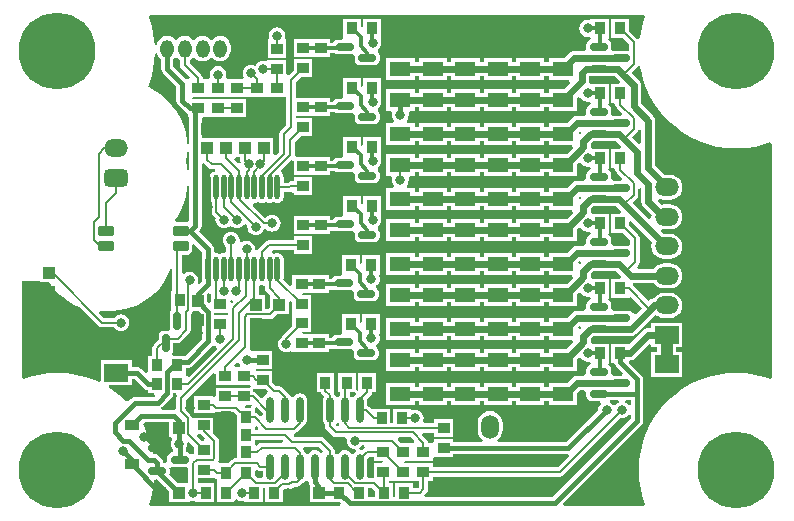
<source format=gtl>
G04*
G04 #@! TF.GenerationSoftware,Altium Limited,Altium Designer,20.0.13 (296)*
G04*
G04 Layer_Physical_Order=1*
G04 Layer_Color=255*
%FSLAX43Y43*%
%MOMM*%
G71*
G01*
G75*
%ADD11C,0.600*%
%ADD12C,0.400*%
%ADD13C,0.200*%
%ADD15O,0.450X2.100*%
%ADD16O,0.600X2.200*%
%ADD17R,0.900X1.000*%
G04:AMPARAMS|DCode=18|XSize=0.6mm|YSize=1.5mm|CornerRadius=0.15mm|HoleSize=0mm|Usage=FLASHONLY|Rotation=90.000|XOffset=0mm|YOffset=0mm|HoleType=Round|Shape=RoundedRectangle|*
%AMROUNDEDRECTD18*
21,1,0.600,1.200,0,0,90.0*
21,1,0.300,1.500,0,0,90.0*
1,1,0.300,0.600,0.150*
1,1,0.300,0.600,-0.150*
1,1,0.300,-0.600,-0.150*
1,1,0.300,-0.600,0.150*
%
%ADD18ROUNDEDRECTD18*%
G04:AMPARAMS|DCode=19|XSize=0.6mm|YSize=1.5mm|CornerRadius=0.15mm|HoleSize=0mm|Usage=FLASHONLY|Rotation=0.000|XOffset=0mm|YOffset=0mm|HoleType=Round|Shape=RoundedRectangle|*
%AMROUNDEDRECTD19*
21,1,0.600,1.200,0,0,0.0*
21,1,0.300,1.500,0,0,0.0*
1,1,0.300,0.150,-0.600*
1,1,0.300,-0.150,-0.600*
1,1,0.300,-0.150,0.600*
1,1,0.300,0.150,0.600*
%
%ADD19ROUNDEDRECTD19*%
%ADD20R,1.000X0.900*%
%ADD21R,1.000X1.000*%
%ADD22R,1.800X1.300*%
G04:AMPARAMS|DCode=23|XSize=0.9mm|YSize=1.3mm|CornerRadius=0.18mm|HoleSize=0mm|Usage=FLASHONLY|Rotation=90.000|XOffset=0mm|YOffset=0mm|HoleType=Round|Shape=RoundedRectangle|*
%AMROUNDEDRECTD23*
21,1,0.900,0.940,0,0,90.0*
21,1,0.540,1.300,0,0,90.0*
1,1,0.360,0.470,0.270*
1,1,0.360,0.470,-0.270*
1,1,0.360,-0.470,-0.270*
1,1,0.360,-0.470,0.270*
%
%ADD23ROUNDEDRECTD23*%
G04:AMPARAMS|DCode=24|XSize=1.219mm|YSize=0.914mm|CornerRadius=0.183mm|HoleSize=0mm|Usage=FLASHONLY|Rotation=0.000|XOffset=0mm|YOffset=0mm|HoleType=Round|Shape=RoundedRectangle|*
%AMROUNDEDRECTD24*
21,1,1.219,0.549,0,0,0.0*
21,1,0.853,0.914,0,0,0.0*
1,1,0.366,0.427,-0.274*
1,1,0.366,-0.427,-0.274*
1,1,0.366,-0.427,0.274*
1,1,0.366,0.427,0.274*
%
%ADD24ROUNDEDRECTD24*%
%ADD25R,1.000X1.000*%
%ADD45C,0.300*%
%ADD46C,1.000*%
%ADD47C,0.500*%
%ADD48R,1.500X2.000*%
%ADD49O,1.500X2.000*%
%ADD50R,2.000X1.500*%
%ADD51O,2.000X1.500*%
G04:AMPARAMS|DCode=52|XSize=1.5mm|YSize=2mm|CornerRadius=0.375mm|HoleSize=0mm|Usage=FLASHONLY|Rotation=90.000|XOffset=0mm|YOffset=0mm|HoleType=Round|Shape=RoundedRectangle|*
%AMROUNDEDRECTD52*
21,1,1.500,1.250,0,0,90.0*
21,1,0.750,2.000,0,0,90.0*
1,1,0.750,0.625,0.375*
1,1,0.750,0.625,-0.375*
1,1,0.750,-0.625,-0.375*
1,1,0.750,-0.625,0.375*
%
%ADD52ROUNDEDRECTD52*%
%ADD53O,1.150X1.500*%
%ADD54R,1.150X1.500*%
%ADD55C,6.500*%
%ADD56C,0.800*%
G36*
X151753Y141836D02*
X151596Y141398D01*
X151399Y140611D01*
X151317Y140057D01*
X151107Y140010D01*
X151088Y140038D01*
X151088Y140038D01*
X150400Y140727D01*
Y141700D01*
X148900D01*
Y140100D01*
X149873D01*
X150392Y139581D01*
Y139043D01*
X150350Y139009D01*
X149150D01*
X149132Y139005D01*
X149074D01*
X148909Y139200D01*
Y139500D01*
X148874Y139676D01*
X148774Y139824D01*
X148661Y139900D01*
X148684Y140072D01*
X148695Y140100D01*
X148700D01*
Y141700D01*
X147200D01*
Y141700D01*
X147000Y141593D01*
X146900Y141606D01*
X146717Y141582D01*
X146547Y141511D01*
X146401Y141399D01*
X146289Y141253D01*
X146218Y141083D01*
X146194Y140900D01*
X146218Y140717D01*
X146289Y140547D01*
X146401Y140401D01*
X146547Y140289D01*
X146717Y140218D01*
X146900Y140194D01*
X147000Y140207D01*
X147184Y140109D01*
X147097Y139928D01*
X147074Y139924D01*
X146926Y139824D01*
X146826Y139676D01*
X146791Y139500D01*
Y139200D01*
X146626Y139005D01*
X145750D01*
X145593Y138985D01*
X145508Y138949D01*
X145447Y138924D01*
X145322Y138828D01*
X144894Y138400D01*
X143600D01*
Y138055D01*
X143250D01*
Y138400D01*
X140850D01*
Y138055D01*
X140500D01*
Y138400D01*
X138100D01*
Y138055D01*
X137750D01*
Y138400D01*
X135350D01*
Y138055D01*
X135000D01*
Y138400D01*
X132600D01*
Y138055D01*
X132250D01*
Y138400D01*
X129850D01*
Y136500D01*
X132250D01*
Y136845D01*
X132600D01*
Y136500D01*
X135000D01*
Y136845D01*
X135350D01*
Y136500D01*
X137750D01*
Y136845D01*
X138100D01*
Y136500D01*
X140500D01*
Y136845D01*
X140850D01*
Y136500D01*
X143250D01*
Y136845D01*
X143600D01*
Y136500D01*
X145333D01*
X145409Y136315D01*
X144894Y135800D01*
X143600D01*
Y135455D01*
X143250D01*
Y135800D01*
X140850D01*
Y135455D01*
X140500D01*
Y135800D01*
X138100D01*
Y135455D01*
X137750D01*
Y135800D01*
X135350D01*
Y135455D01*
X135000D01*
Y135800D01*
X132600D01*
Y135455D01*
X132250D01*
Y135800D01*
X129850D01*
Y133900D01*
X130257D01*
X130316Y133813D01*
X130364Y133700D01*
X130344Y133550D01*
X130368Y133367D01*
X130439Y133197D01*
X130513Y133100D01*
X130455Y132937D01*
X130424Y132900D01*
X129850D01*
Y131000D01*
X132250D01*
Y131345D01*
X132600D01*
Y131000D01*
X135000D01*
Y131345D01*
X135350D01*
Y131000D01*
X137750D01*
Y131345D01*
X138100D01*
Y131000D01*
X140500D01*
Y131345D01*
X140850D01*
Y131000D01*
X143250D01*
Y131345D01*
X143600D01*
Y131000D01*
X145583D01*
X145659Y130815D01*
X145144Y130300D01*
X143600D01*
Y129955D01*
X143250D01*
Y130300D01*
X140850D01*
Y129955D01*
X140500D01*
Y130300D01*
X138100D01*
Y129955D01*
X137750D01*
Y130300D01*
X135350D01*
Y129955D01*
X135000D01*
Y130300D01*
X132600D01*
Y129955D01*
X132250D01*
Y130300D01*
X129850D01*
Y128400D01*
X130257D01*
X130316Y128313D01*
X130364Y128200D01*
X130344Y128050D01*
X130368Y127867D01*
X130439Y127697D01*
X130513Y127600D01*
X130455Y127437D01*
X130424Y127400D01*
X129850D01*
Y125500D01*
X132250D01*
Y125845D01*
X132600D01*
Y125500D01*
X135000D01*
Y125845D01*
X135350D01*
Y125500D01*
X137750D01*
Y125845D01*
X138100D01*
Y125500D01*
X140500D01*
Y125845D01*
X140850D01*
Y125500D01*
X143250D01*
Y125845D01*
X143600D01*
Y125500D01*
X145583D01*
X145659Y125315D01*
X145144Y124800D01*
X143600D01*
Y124455D01*
X143250D01*
Y124800D01*
X140850D01*
Y124455D01*
X140500D01*
Y124800D01*
X138100D01*
Y124455D01*
X137750D01*
Y124800D01*
X135350D01*
Y124455D01*
X135000D01*
Y124800D01*
X132600D01*
Y124455D01*
X132250D01*
Y124800D01*
X129850D01*
Y122900D01*
X132250D01*
Y123245D01*
X132600D01*
Y122900D01*
X135000D01*
Y123245D01*
X135350D01*
Y122900D01*
X137750D01*
Y123245D01*
X138100D01*
Y122900D01*
X140500D01*
Y123245D01*
X140850D01*
Y122900D01*
X143250D01*
Y123245D01*
X143600D01*
Y122900D01*
X146000D01*
Y123886D01*
X146136Y124003D01*
X146345Y123974D01*
X146401Y123901D01*
X146547Y123789D01*
X146717Y123718D01*
X146900Y123694D01*
X147000Y123707D01*
X147184Y123609D01*
X147097Y123428D01*
X147074Y123424D01*
X146926Y123324D01*
X146826Y123176D01*
X146791Y123000D01*
Y122700D01*
X146626Y122505D01*
X146000D01*
X145843Y122485D01*
X145697Y122424D01*
X145572Y122328D01*
X145572Y122328D01*
X145144Y121900D01*
X143600D01*
Y121555D01*
X143250D01*
Y121900D01*
X140850D01*
Y121555D01*
X140500D01*
Y121900D01*
X138100D01*
Y121555D01*
X137750D01*
Y121900D01*
X135350D01*
Y121555D01*
X135000D01*
Y121900D01*
X132600D01*
Y121555D01*
X132250D01*
Y121900D01*
X129850D01*
Y120000D01*
X132250D01*
Y120345D01*
X132600D01*
Y120000D01*
X135000D01*
Y120345D01*
X135350D01*
Y120000D01*
X137750D01*
Y120345D01*
X138100D01*
Y120000D01*
X140500D01*
Y120345D01*
X140850D01*
Y120000D01*
X143250D01*
Y120345D01*
X143600D01*
Y120000D01*
X145583D01*
X145659Y119815D01*
X145144Y119300D01*
X143600D01*
Y118955D01*
X143250D01*
Y119300D01*
X140850D01*
Y118955D01*
X140500D01*
Y119300D01*
X138100D01*
Y118955D01*
X137750D01*
Y119300D01*
X135350D01*
Y118955D01*
X135000D01*
Y119300D01*
X132600D01*
Y118955D01*
X132250D01*
Y119300D01*
X129850D01*
Y117400D01*
X132250D01*
Y117745D01*
X132600D01*
Y117400D01*
X135000D01*
Y117745D01*
X135350D01*
Y117400D01*
X137750D01*
Y117745D01*
X138100D01*
Y117400D01*
X140500D01*
Y117745D01*
X140850D01*
Y117400D01*
X143250D01*
Y117745D01*
X143600D01*
Y117400D01*
X146000D01*
Y118386D01*
X146136Y118503D01*
X146345Y118474D01*
X146401Y118401D01*
X146547Y118289D01*
X146717Y118218D01*
X146900Y118194D01*
X147000Y118207D01*
X147184Y118109D01*
X147097Y117928D01*
X147074Y117924D01*
X146926Y117824D01*
X146826Y117676D01*
X146791Y117500D01*
Y117200D01*
X146626Y117005D01*
X146000D01*
X145843Y116985D01*
X145697Y116924D01*
X145572Y116828D01*
X145572Y116828D01*
X145144Y116400D01*
X143600D01*
Y116055D01*
X143250D01*
Y116400D01*
X140850D01*
Y116055D01*
X140500D01*
Y116400D01*
X138100D01*
Y116055D01*
X137750D01*
Y116400D01*
X135350D01*
Y116055D01*
X135000D01*
Y116400D01*
X132600D01*
Y116055D01*
X132250D01*
Y116400D01*
X129850D01*
Y114500D01*
X132250D01*
Y114845D01*
X132600D01*
Y114500D01*
X135000D01*
Y114845D01*
X135350D01*
Y114500D01*
X137750D01*
Y114845D01*
X138100D01*
Y114500D01*
X140500D01*
Y114845D01*
X140850D01*
Y114500D01*
X143250D01*
Y114845D01*
X143600D01*
Y114500D01*
X145583D01*
X145659Y114315D01*
X145144Y113800D01*
X143600D01*
Y113455D01*
X143250D01*
Y113800D01*
X140850D01*
Y113455D01*
X140500D01*
Y113800D01*
X138100D01*
Y113455D01*
X137750D01*
Y113800D01*
X135350D01*
Y113455D01*
X135000D01*
Y113800D01*
X132600D01*
Y113455D01*
X132250D01*
Y113800D01*
X129850D01*
Y111900D01*
X132250D01*
Y112245D01*
X132600D01*
Y111900D01*
X135000D01*
Y112245D01*
X135350D01*
Y111900D01*
X137750D01*
Y112245D01*
X138100D01*
Y111900D01*
X140500D01*
Y112245D01*
X140850D01*
Y111900D01*
X143250D01*
Y112245D01*
X143600D01*
Y111900D01*
X146000D01*
Y112886D01*
X146136Y113003D01*
X146345Y112974D01*
X146401Y112901D01*
X146547Y112789D01*
X146717Y112718D01*
X146900Y112694D01*
X147000Y112707D01*
X147184Y112609D01*
X147097Y112428D01*
X147074Y112424D01*
X146926Y112324D01*
X146826Y112176D01*
X146791Y112000D01*
Y111700D01*
X146626Y111505D01*
X146000D01*
X145843Y111485D01*
X145697Y111424D01*
X145572Y111328D01*
X145572Y111328D01*
X145144Y110900D01*
X143600D01*
Y110555D01*
X143250D01*
Y110900D01*
X140850D01*
Y110555D01*
X140500D01*
Y110900D01*
X138100D01*
Y110555D01*
X137750D01*
Y110900D01*
X135350D01*
Y110555D01*
X135000D01*
Y110900D01*
X132600D01*
Y110555D01*
X132250D01*
Y110900D01*
X129850D01*
Y109000D01*
X132250D01*
Y109345D01*
X132600D01*
Y109000D01*
X135000D01*
Y109345D01*
X135350D01*
Y109000D01*
X137750D01*
Y109345D01*
X138100D01*
Y109000D01*
X140500D01*
Y109345D01*
X140850D01*
Y109000D01*
X143250D01*
Y109345D01*
X143600D01*
Y109000D01*
X146000D01*
Y110044D01*
X146251Y110295D01*
X146626D01*
X146791Y110100D01*
Y109800D01*
X146826Y109624D01*
X146926Y109476D01*
X147074Y109376D01*
X147250Y109341D01*
X147988D01*
X148055Y109141D01*
X148001Y109099D01*
X147889Y108953D01*
X147818Y108783D01*
X147796Y108617D01*
X145064Y105885D01*
X139315D01*
X139247Y106085D01*
X139399Y106201D01*
X139567Y106420D01*
X139673Y106676D01*
X139709Y106950D01*
Y107450D01*
X139673Y107724D01*
X139567Y107980D01*
X139399Y108199D01*
X139180Y108367D01*
X138924Y108473D01*
X138650Y108509D01*
X138376Y108473D01*
X138120Y108367D01*
X137901Y108199D01*
X137733Y107980D01*
X137627Y107724D01*
X137591Y107450D01*
Y106950D01*
X137627Y106676D01*
X137733Y106420D01*
X137901Y106201D01*
X138053Y106085D01*
X137985Y105885D01*
X135500D01*
Y106100D01*
X133900D01*
Y105959D01*
X133800Y105800D01*
X133408D01*
X133377Y105956D01*
X133288Y106088D01*
X132869Y106507D01*
X132946Y106692D01*
X133900D01*
Y106300D01*
X135500D01*
Y107800D01*
X133900D01*
Y107508D01*
X133112D01*
X132978Y107708D01*
X132982Y107717D01*
X133006Y107900D01*
X132982Y108083D01*
X132911Y108253D01*
X132799Y108399D01*
X132653Y108511D01*
X132483Y108582D01*
X132300Y108606D01*
X132117Y108582D01*
X132100Y108575D01*
X131900Y108700D01*
Y108700D01*
X130400D01*
Y107508D01*
X130200D01*
Y108700D01*
X128700D01*
Y108700D01*
X128613Y108664D01*
X128388Y108888D01*
X128256Y108977D01*
X128215Y108985D01*
Y109400D01*
X128199Y109522D01*
X128538Y109862D01*
X128627Y109994D01*
X128648Y110100D01*
X129000D01*
Y111700D01*
X127500D01*
Y110236D01*
X127485Y110230D01*
X127300Y110354D01*
Y111700D01*
X125800D01*
Y110100D01*
X125932D01*
Y109843D01*
X125912Y109828D01*
X125816Y109703D01*
X125813Y109696D01*
X125597D01*
X125594Y109703D01*
X125498Y109828D01*
X125475Y109846D01*
X125463Y109905D01*
X125450Y110100D01*
X125450Y110100D01*
X125450Y110100D01*
Y111700D01*
X123950D01*
Y110100D01*
X124312D01*
X124323Y110044D01*
X124412Y109912D01*
X124578Y109745D01*
X124546Y109703D01*
X124485Y109557D01*
X124465Y109400D01*
Y107800D01*
X124485Y107643D01*
X124546Y107497D01*
X124642Y107372D01*
X124662Y107357D01*
Y107230D01*
X124662Y107230D01*
X124693Y107074D01*
X124782Y106942D01*
X125312Y106412D01*
X125312Y106412D01*
X125444Y106323D01*
X125600Y106292D01*
X126368D01*
X126506Y106092D01*
X126494Y106000D01*
X126518Y105817D01*
X126589Y105647D01*
X126701Y105501D01*
X126847Y105389D01*
X127017Y105318D01*
X127200Y105294D01*
X127278Y105117D01*
X127280Y105103D01*
X127182Y105028D01*
X127086Y104903D01*
X127083Y104896D01*
X126867D01*
X126864Y104903D01*
X126768Y105028D01*
X126643Y105124D01*
X126497Y105185D01*
X126340Y105205D01*
X126183Y105185D01*
X126037Y105124D01*
X125912Y105028D01*
X125816Y104903D01*
X125813Y104896D01*
X125605D01*
X125537Y104977D01*
X125498Y105028D01*
X125486Y105037D01*
X125478Y105047D01*
Y105130D01*
X125447Y105286D01*
X125358Y105418D01*
X125358Y105418D01*
X124588Y106188D01*
X124456Y106277D01*
X124300Y106308D01*
X124300Y106308D01*
X122138D01*
X122064Y106374D01*
X122035Y106419D01*
X122123Y106617D01*
X122156Y106623D01*
X122288Y106712D01*
X122818Y107242D01*
X122818Y107242D01*
X122850Y107290D01*
X122958Y107372D01*
X123054Y107497D01*
X123115Y107643D01*
X123135Y107800D01*
Y109400D01*
X123115Y109557D01*
X123054Y109703D01*
X122958Y109828D01*
X122833Y109924D01*
X122687Y109985D01*
X122530Y110005D01*
X122373Y109985D01*
X122227Y109924D01*
X122102Y109828D01*
X122006Y109703D01*
X122003Y109696D01*
X121787D01*
X121784Y109703D01*
X121688Y109828D01*
X121644Y109862D01*
X121637Y109896D01*
X121548Y110028D01*
X121088Y110488D01*
X120956Y110577D01*
X120800Y110608D01*
X120800Y110608D01*
X120519D01*
X120200Y110927D01*
Y111900D01*
X118855D01*
X118807Y112000D01*
X118855Y112100D01*
X120200D01*
Y113600D01*
X118600D01*
Y113600D01*
X118400Y113574D01*
X118381Y113582D01*
X118277Y113744D01*
X118308Y113900D01*
X118308Y113900D01*
Y116292D01*
X119424D01*
X119424Y116292D01*
X120000D01*
X120000Y116292D01*
X120156Y116323D01*
X120288Y116412D01*
X120577Y116700D01*
X121600D01*
Y117741D01*
X121794Y117827D01*
X121900Y117742D01*
X121900Y116750D01*
X121900Y116600D01*
Y115727D01*
X121112Y114938D01*
X121023Y114806D01*
X121020Y114791D01*
X120901Y114699D01*
X120789Y114553D01*
X120718Y114383D01*
X120694Y114200D01*
X120718Y114017D01*
X120789Y113847D01*
X120901Y113701D01*
X121047Y113589D01*
X121217Y113518D01*
X121400Y113494D01*
X121583Y113518D01*
X121700Y113567D01*
X121900Y113500D01*
Y113500D01*
X123400D01*
Y113500D01*
X125000D01*
Y113791D01*
X125452D01*
X125474Y113776D01*
X125650Y113741D01*
X126850D01*
X126928Y113757D01*
X127100Y113607D01*
X127102Y113603D01*
X127091Y113550D01*
Y113250D01*
X127126Y113074D01*
X127226Y112926D01*
X127374Y112826D01*
X127550Y112791D01*
X128750D01*
X128926Y112826D01*
X129074Y112926D01*
X129174Y113074D01*
X129209Y113250D01*
Y113550D01*
X129174Y113726D01*
X129074Y113874D01*
X129030Y113904D01*
X129016Y113937D01*
X129024Y114143D01*
X129099Y114201D01*
X129211Y114347D01*
X129282Y114517D01*
X129306Y114700D01*
X129282Y114883D01*
X129275Y114900D01*
X129300Y115100D01*
X129300D01*
Y116700D01*
X127800D01*
Y116072D01*
X127624Y115978D01*
X127600Y115994D01*
Y116700D01*
X126100D01*
Y115100D01*
X125958Y114959D01*
X125650D01*
X125474Y114924D01*
X125326Y114824D01*
X125248Y114709D01*
X125000D01*
Y115000D01*
X123500D01*
Y115000D01*
X122800D01*
X122706Y115176D01*
X122722Y115200D01*
X123500D01*
Y116600D01*
X123500Y116750D01*
X123500Y116900D01*
Y118300D01*
X122722D01*
X122706Y118324D01*
X122800Y118500D01*
X123500D01*
Y118500D01*
X125000D01*
Y118791D01*
X125452D01*
X125474Y118776D01*
X125650Y118741D01*
X126850D01*
X126928Y118757D01*
X127100Y118607D01*
X127102Y118603D01*
X127091Y118550D01*
Y118250D01*
X127126Y118074D01*
X127226Y117926D01*
X127374Y117826D01*
X127550Y117791D01*
X128750D01*
X128926Y117826D01*
X129074Y117926D01*
X129174Y118074D01*
X129209Y118250D01*
Y118550D01*
X129174Y118726D01*
X129074Y118874D01*
X129030Y118904D01*
X129016Y118937D01*
X129024Y119143D01*
X129099Y119201D01*
X129211Y119347D01*
X129282Y119517D01*
X129306Y119700D01*
X129282Y119883D01*
X129275Y119900D01*
X129300Y120100D01*
X129300D01*
Y121700D01*
X127800D01*
Y121072D01*
X127624Y120978D01*
X127600Y120994D01*
Y121700D01*
X126100D01*
Y120100D01*
X125958Y119959D01*
X125650D01*
X125474Y119924D01*
X125326Y119824D01*
X125248Y119709D01*
X125000D01*
Y120000D01*
X123400D01*
Y120000D01*
X121900D01*
Y119188D01*
X121715Y119112D01*
X121148Y119678D01*
X121155Y119725D01*
Y121375D01*
X121136Y121512D01*
X121084Y121640D01*
X120999Y121749D01*
X120890Y121834D01*
X120762Y121886D01*
X120625Y121905D01*
X120488Y121886D01*
X120360Y121834D01*
X120300Y121787D01*
X120240Y121834D01*
X120172Y122071D01*
X120223Y122142D01*
X122000D01*
Y121800D01*
X123600D01*
Y123300D01*
X122000D01*
Y122958D01*
X119900D01*
X119900Y122958D01*
X119744Y122927D01*
X119612Y122838D01*
X119037Y122263D01*
X118948Y122131D01*
X118855Y122111D01*
X118725Y122182D01*
X118731Y122225D01*
X118707Y122408D01*
X118636Y122578D01*
X118524Y122724D01*
X118378Y122836D01*
X118208Y122907D01*
X118025Y122931D01*
X117842Y122907D01*
X117672Y122836D01*
X117608Y122787D01*
X117421Y122896D01*
X117431Y122975D01*
X117407Y123158D01*
X117336Y123328D01*
X117224Y123474D01*
X117078Y123586D01*
X116908Y123657D01*
X116725Y123681D01*
X116542Y123657D01*
X116372Y123586D01*
X116226Y123474D01*
X116114Y123328D01*
X116043Y123158D01*
X116019Y122975D01*
X116043Y122792D01*
X116114Y122622D01*
X116226Y122476D01*
X116317Y122406D01*
Y122039D01*
X116117Y121899D01*
X116075Y121905D01*
X115938Y121886D01*
X115810Y121834D01*
X115750Y121787D01*
X115690Y121834D01*
X115562Y121886D01*
X115425Y121905D01*
X115285Y122088D01*
Y122225D01*
X115246Y122420D01*
X115135Y122585D01*
X113986Y123735D01*
X114060Y123810D01*
X114171Y123975D01*
X114210Y124170D01*
Y129454D01*
X114410Y129514D01*
X114412Y129512D01*
X114812Y129112D01*
X114812Y129112D01*
X114944Y129023D01*
X115100Y128992D01*
X115100Y128992D01*
X115318D01*
X115331Y128792D01*
X115288Y128786D01*
X115160Y128734D01*
X115051Y128649D01*
X114966Y128540D01*
X114914Y128412D01*
X114895Y128275D01*
Y126625D01*
X114914Y126488D01*
X114966Y126360D01*
X115051Y126251D01*
X115067Y126238D01*
Y125325D01*
X115067Y125325D01*
X115098Y125169D01*
X115187Y125037D01*
X115409Y124814D01*
X115394Y124700D01*
X115418Y124517D01*
X115489Y124347D01*
X115601Y124201D01*
X115747Y124089D01*
X115917Y124018D01*
X116100Y123994D01*
X116283Y124018D01*
X116453Y124089D01*
X116504Y124128D01*
X116650Y124182D01*
X116796Y124128D01*
X116847Y124089D01*
X117017Y124018D01*
X117200Y123994D01*
X117383Y124018D01*
X117553Y124089D01*
X117699Y124201D01*
X117760Y124280D01*
X117956Y124318D01*
X118104Y124175D01*
X118094Y124100D01*
X118118Y123917D01*
X118189Y123747D01*
X118301Y123601D01*
X118447Y123489D01*
X118617Y123418D01*
X118800Y123394D01*
X118983Y123418D01*
X119153Y123489D01*
X119299Y123601D01*
X119411Y123747D01*
X119468Y123884D01*
X119584Y123920D01*
X119684Y123922D01*
X119701Y123901D01*
X119847Y123789D01*
X120017Y123718D01*
X120200Y123694D01*
X120383Y123718D01*
X120553Y123789D01*
X120699Y123901D01*
X120811Y124047D01*
X120882Y124217D01*
X120906Y124400D01*
X120882Y124583D01*
X120811Y124753D01*
X120699Y124899D01*
X120553Y125011D01*
X120383Y125082D01*
X120200Y125106D01*
X120017Y125082D01*
X119847Y125011D01*
X119701Y124899D01*
X119592Y124892D01*
X118578Y125907D01*
X118671Y126096D01*
X118675Y126095D01*
X118812Y126114D01*
X118940Y126166D01*
X119000Y126213D01*
X119060Y126166D01*
X119188Y126114D01*
X119325Y126095D01*
X119462Y126114D01*
X119590Y126166D01*
X119650Y126213D01*
X119710Y126166D01*
X119838Y126114D01*
X119975Y126095D01*
X120112Y126114D01*
X120240Y126166D01*
X120300Y126213D01*
X120360Y126166D01*
X120488Y126114D01*
X120625Y126095D01*
X120762Y126114D01*
X120890Y126166D01*
X120999Y126251D01*
X121084Y126360D01*
X121136Y126488D01*
X121155Y126625D01*
Y127042D01*
X121658D01*
X121658Y127042D01*
X121800Y127070D01*
X121820Y127069D01*
X122000Y126957D01*
Y126800D01*
X123600D01*
Y128300D01*
X122000D01*
Y127958D01*
X121758D01*
X121758Y127958D01*
X121602Y127927D01*
X121499Y127858D01*
X121155D01*
Y128275D01*
X121136Y128412D01*
X121084Y128540D01*
X120999Y128649D01*
X120978Y128901D01*
X121800Y129723D01*
X122000Y129640D01*
Y128500D01*
X123600D01*
Y128500D01*
X125100D01*
Y128791D01*
X125552D01*
X125574Y128776D01*
X125750Y128741D01*
X126950D01*
X127028Y128757D01*
X127200Y128607D01*
X127202Y128603D01*
X127191Y128550D01*
Y128250D01*
X127226Y128074D01*
X127326Y127926D01*
X127474Y127826D01*
X127650Y127791D01*
X128850D01*
X129026Y127826D01*
X129174Y127926D01*
X129274Y128074D01*
X129309Y128250D01*
Y128550D01*
X129274Y128726D01*
X129174Y128874D01*
X129130Y128904D01*
X129116Y128937D01*
X129124Y129143D01*
X129199Y129201D01*
X129311Y129347D01*
X129382Y129517D01*
X129406Y129700D01*
X129382Y129883D01*
X129375Y129900D01*
X129400Y130100D01*
X129400D01*
Y131700D01*
X127900D01*
Y131072D01*
X127724Y130978D01*
X127700Y130994D01*
Y131700D01*
X126200D01*
Y130100D01*
X126058Y129959D01*
X125750D01*
X125574Y129924D01*
X125426Y129824D01*
X125348Y129709D01*
X125100D01*
Y130000D01*
X123500D01*
Y130000D01*
X122270D01*
X122108Y130200D01*
X122108Y130200D01*
Y131281D01*
X122627Y131800D01*
X123600D01*
Y133300D01*
X122208D01*
Y133500D01*
X123600D01*
Y133500D01*
X125100D01*
Y133791D01*
X125552D01*
X125574Y133776D01*
X125750Y133741D01*
X126950D01*
X127028Y133757D01*
X127200Y133607D01*
X127202Y133603D01*
X127191Y133550D01*
Y133250D01*
X127226Y133074D01*
X127326Y132926D01*
X127474Y132826D01*
X127650Y132791D01*
X128850D01*
X129026Y132826D01*
X129174Y132926D01*
X129274Y133074D01*
X129309Y133250D01*
Y133550D01*
X129274Y133726D01*
X129174Y133874D01*
X129130Y133904D01*
X129116Y133937D01*
X129124Y134143D01*
X129199Y134201D01*
X129311Y134347D01*
X129382Y134517D01*
X129406Y134700D01*
X129382Y134883D01*
X129375Y134900D01*
X129400Y135100D01*
X129400D01*
Y136700D01*
X127900D01*
Y136072D01*
X127724Y135978D01*
X127700Y135994D01*
Y136700D01*
X126200D01*
Y135100D01*
X126058Y134959D01*
X125750D01*
X125574Y134924D01*
X125426Y134824D01*
X125348Y134709D01*
X125100D01*
Y135000D01*
X123500D01*
Y135000D01*
X122208D01*
Y136381D01*
X122627Y136800D01*
X123600D01*
Y138300D01*
X122000D01*
Y137327D01*
X121600Y136927D01*
X121400Y137010D01*
Y138200D01*
X119800D01*
X119800Y138200D01*
X119600Y138136D01*
X119450Y138156D01*
X119267Y138132D01*
X119097Y138061D01*
X118951Y137949D01*
X118839Y137803D01*
X118807Y137726D01*
X118753Y137711D01*
X118583Y137782D01*
X118400Y137806D01*
X118217Y137782D01*
X118047Y137711D01*
X117901Y137599D01*
X117789Y137453D01*
X117718Y137283D01*
X117694Y137100D01*
X117718Y136917D01*
X117767Y136800D01*
X117698Y136651D01*
X117649Y136600D01*
X116600D01*
X116400Y136600D01*
X116275Y136800D01*
X116282Y136817D01*
X116306Y137000D01*
X116282Y137183D01*
X116211Y137353D01*
X116099Y137499D01*
X115953Y137611D01*
X115783Y137682D01*
X115600Y137706D01*
X115417Y137682D01*
X115247Y137611D01*
X115101Y137499D01*
X114989Y137353D01*
X114918Y137183D01*
X114894Y137000D01*
X114918Y136817D01*
X114925Y136800D01*
X114800Y136600D01*
X114600Y136600D01*
X114308D01*
Y136700D01*
X114277Y136856D01*
X114188Y136988D01*
X114188Y136988D01*
X113208Y137969D01*
Y138247D01*
X113241Y138261D01*
X113424Y138401D01*
X113468Y138435D01*
X113650D01*
X113676Y138401D01*
X113859Y138261D01*
X114072Y138173D01*
X114300Y138142D01*
X114528Y138173D01*
X114741Y138261D01*
X114924Y138401D01*
X114968Y138435D01*
X115132D01*
X115176Y138401D01*
X115359Y138261D01*
X115572Y138173D01*
X115800Y138142D01*
X116028Y138173D01*
X116241Y138261D01*
X116424Y138401D01*
X116564Y138584D01*
X116652Y138797D01*
X116683Y139025D01*
Y139375D01*
X116652Y139603D01*
X116564Y139816D01*
X116424Y139999D01*
X116241Y140139D01*
X116028Y140227D01*
X115800Y140258D01*
X115572Y140227D01*
X115359Y140139D01*
X115176Y139999D01*
X115132Y139965D01*
X114968D01*
X114924Y139999D01*
X114741Y140139D01*
X114528Y140227D01*
X114300Y140258D01*
X114072Y140227D01*
X113859Y140139D01*
X113676Y139999D01*
X113650Y139965D01*
X113468D01*
X113424Y139999D01*
X113241Y140139D01*
X113028Y140227D01*
X112800Y140258D01*
X112572Y140227D01*
X112359Y140139D01*
X112176Y139999D01*
X112132Y139965D01*
X111950D01*
X111924Y139999D01*
X111741Y140139D01*
X111528Y140227D01*
X111300Y140258D01*
X111072Y140227D01*
X110859Y140139D01*
X110676Y139999D01*
X110536Y139816D01*
X110448Y139603D01*
X110435Y139509D01*
X110235Y139518D01*
X110220Y139810D01*
X110101Y140611D01*
X109904Y141398D01*
X109747Y141836D01*
X109862Y142000D01*
X151638D01*
X151753Y141836D01*
D02*
G37*
G36*
X149659Y136385D02*
X149583Y136200D01*
X148900D01*
Y134600D01*
X149120D01*
X149242Y134450D01*
X149273Y134294D01*
X149362Y134162D01*
X149830Y133694D01*
X149753Y133509D01*
X149150D01*
X149132Y133505D01*
X149074D01*
X148909Y133700D01*
Y134000D01*
X148874Y134176D01*
X148774Y134324D01*
X148661Y134400D01*
X148684Y134572D01*
X148695Y134600D01*
X148700D01*
Y136200D01*
X147200D01*
Y136200D01*
X147198Y136199D01*
X147072Y136245D01*
X147010Y136325D01*
X147030Y136475D01*
Y136845D01*
X147232D01*
X147250Y136841D01*
X148450D01*
X148468Y136845D01*
X149199D01*
X149659Y136385D01*
D02*
G37*
G36*
X112176Y138401D02*
X112359Y138261D01*
X112392Y138247D01*
Y137800D01*
X112392Y137800D01*
X112423Y137644D01*
X112512Y137512D01*
X113238Y136785D01*
X113220Y136741D01*
X113100Y136600D01*
X112906Y136615D01*
X111810Y137711D01*
Y138313D01*
X111924Y138401D01*
X111950Y138435D01*
X112132D01*
X112176Y138401D01*
D02*
G37*
G36*
X121392Y132769D02*
X120912Y132288D01*
X120823Y132156D01*
X120792Y132000D01*
X120792Y132000D01*
Y130479D01*
X120500Y130187D01*
X120300Y130270D01*
Y131600D01*
X118700D01*
Y131600D01*
X118700Y131600D01*
X117300D01*
X117100Y131600D01*
Y131600D01*
X117100D01*
Y131600D01*
X115700D01*
X115500Y131600D01*
Y131600D01*
X115500D01*
Y131600D01*
X114210D01*
Y133259D01*
X114351Y133400D01*
X114700Y133400D01*
X114900Y133400D01*
X116400D01*
X116400Y133400D01*
Y133400D01*
X118000D01*
Y134900D01*
X116400D01*
X116400Y134900D01*
Y134900D01*
X114900D01*
X114800Y134900D01*
X114600Y134900D01*
X113437D01*
X113422Y134924D01*
X113516Y135100D01*
X114600D01*
X114700Y135100D01*
X114900Y135100D01*
X116200D01*
X116400Y135100D01*
X116600Y135100D01*
X118000D01*
Y135100D01*
X118100Y135100D01*
Y135100D01*
X119700D01*
Y135100D01*
X119800D01*
Y135100D01*
X121392D01*
Y132769D01*
D02*
G37*
G36*
X146289Y135047D02*
X146401Y134901D01*
X146547Y134789D01*
X146717Y134718D01*
X146900Y134694D01*
X147000Y134707D01*
X147184Y134609D01*
X147097Y134428D01*
X147074Y134424D01*
X146926Y134324D01*
X146826Y134176D01*
X146791Y134000D01*
Y133700D01*
X146626Y133505D01*
X146000D01*
X145843Y133485D01*
X145697Y133424D01*
X145572Y133328D01*
X145572Y133328D01*
X145144Y132900D01*
X143600D01*
Y132555D01*
X143250D01*
Y132900D01*
X140850D01*
Y132555D01*
X140500D01*
Y132900D01*
X138100D01*
Y132555D01*
X137750D01*
Y132900D01*
X135350D01*
Y132555D01*
X135000D01*
Y132900D01*
X132600D01*
Y132555D01*
X132250D01*
Y132900D01*
X131676D01*
X131645Y132937D01*
X131587Y133100D01*
X131661Y133197D01*
X131732Y133367D01*
X131756Y133550D01*
X131736Y133700D01*
X131784Y133813D01*
X131843Y133900D01*
X132250D01*
Y134245D01*
X132600D01*
Y133900D01*
X135000D01*
Y134245D01*
X135350D01*
Y133900D01*
X137750D01*
Y134245D01*
X138100D01*
Y133900D01*
X140500D01*
Y134245D01*
X140850D01*
Y133900D01*
X143250D01*
Y134245D01*
X143600D01*
Y133900D01*
X146000D01*
Y135027D01*
X146062Y135072D01*
X146289Y135047D01*
D02*
G37*
G36*
X146286Y132224D02*
X146357Y132013D01*
X146306Y131962D01*
X146093Y132031D01*
X146084Y132087D01*
X146228Y132232D01*
X146286Y132224D01*
D02*
G37*
G36*
X151395Y132315D02*
Y131222D01*
X151210Y131146D01*
X150666Y131690D01*
X151088Y132112D01*
X151088Y132112D01*
X151177Y132244D01*
X151195Y132335D01*
X151395Y132315D01*
D02*
G37*
G36*
X110536Y138584D02*
X110676Y138401D01*
X110790Y138313D01*
Y137500D01*
X110829Y137305D01*
X110940Y137140D01*
X112090Y135989D01*
Y134800D01*
X112129Y134605D01*
X112240Y134440D01*
X112890Y133790D01*
X113055Y133679D01*
X113100Y133670D01*
Y133400D01*
X113190D01*
Y131091D01*
X112990Y131086D01*
X112973Y131395D01*
X112865Y132032D01*
X112686Y132652D01*
X112439Y133249D01*
X112126Y133814D01*
X111753Y134341D01*
X111322Y134822D01*
X110841Y135253D01*
X110314Y135626D01*
X109749Y135939D01*
X109677Y135968D01*
X109904Y136602D01*
X110101Y137389D01*
X110220Y138190D01*
X110249Y138774D01*
X110448Y138797D01*
X110536Y138584D01*
D02*
G37*
G36*
X117492Y129700D02*
X117492Y129700D01*
X117517Y129575D01*
X117513Y129546D01*
X117302Y129475D01*
X116962Y129815D01*
X116976Y129851D01*
X117100Y130000D01*
X117100D01*
Y130000D01*
X117492D01*
Y129700D01*
D02*
G37*
G36*
X113190Y130409D02*
Y128956D01*
X112990Y128950D01*
X112975Y129228D01*
X112899Y129672D01*
X112973Y130105D01*
X112990Y130414D01*
X113190Y130409D01*
D02*
G37*
G36*
X146345Y129474D02*
X146401Y129401D01*
X146547Y129289D01*
X146717Y129218D01*
X146900Y129194D01*
X147000Y129207D01*
X147184Y129109D01*
X147097Y128928D01*
X147074Y128924D01*
X146926Y128824D01*
X146826Y128676D01*
X146791Y128500D01*
Y128200D01*
X146626Y128005D01*
X146000D01*
X145843Y127985D01*
X145697Y127924D01*
X145572Y127828D01*
X145572Y127828D01*
X145144Y127400D01*
X143600D01*
Y127055D01*
X143250D01*
Y127400D01*
X140850D01*
Y127055D01*
X140500D01*
Y127400D01*
X138100D01*
Y127055D01*
X137750D01*
Y127400D01*
X135350D01*
Y127055D01*
X135000D01*
Y127400D01*
X132600D01*
Y127055D01*
X132250D01*
Y127400D01*
X131676D01*
X131645Y127437D01*
X131587Y127600D01*
X131661Y127697D01*
X131732Y127867D01*
X131756Y128050D01*
X131736Y128200D01*
X131784Y128313D01*
X131843Y128400D01*
X132250D01*
Y128745D01*
X132600D01*
Y128400D01*
X135000D01*
Y128745D01*
X135350D01*
Y128400D01*
X137750D01*
Y128745D01*
X138100D01*
Y128400D01*
X140500D01*
Y128745D01*
X140850D01*
Y128400D01*
X143250D01*
Y128745D01*
X143600D01*
Y128400D01*
X146000D01*
Y129386D01*
X146136Y129503D01*
X146345Y129474D01*
D02*
G37*
G36*
X149759Y130885D02*
X149683Y130700D01*
X148900D01*
Y129100D01*
X149120D01*
X149242Y128950D01*
X149273Y128794D01*
X149362Y128662D01*
X149830Y128194D01*
X149753Y128009D01*
X149150D01*
X149132Y128005D01*
X149074D01*
X148909Y128200D01*
Y128500D01*
X148874Y128676D01*
X148774Y128824D01*
X148661Y128900D01*
X148684Y129072D01*
X148695Y129100D01*
X148700D01*
Y130700D01*
X147337D01*
X147165Y130842D01*
X147155Y130881D01*
Y131099D01*
X147397Y131341D01*
X148450D01*
X148468Y131345D01*
X149299D01*
X149759Y130885D01*
D02*
G37*
G36*
X146286Y126724D02*
X146357Y126513D01*
X146306Y126462D01*
X146093Y126531D01*
X146084Y126587D01*
X146228Y126732D01*
X146286Y126724D01*
D02*
G37*
G36*
X151322Y137691D02*
X151356Y137679D01*
X151399Y137389D01*
X151596Y136602D01*
X151869Y135839D01*
X152215Y135106D01*
X152632Y134411D01*
X153115Y133760D01*
X153659Y133159D01*
X154260Y132615D01*
X154911Y132132D01*
X155606Y131715D01*
X156339Y131369D01*
X157102Y131096D01*
X157889Y130899D01*
X158690Y130780D01*
X159500Y130740D01*
X160310Y130780D01*
X161111Y130899D01*
X161898Y131096D01*
X162336Y131253D01*
X162500Y131138D01*
Y111362D01*
X162336Y111247D01*
X161898Y111404D01*
X161111Y111601D01*
X160310Y111720D01*
X159500Y111760D01*
X158690Y111720D01*
X157889Y111601D01*
X157102Y111404D01*
X156339Y111131D01*
X155606Y110785D01*
X154911Y110368D01*
X154260Y109885D01*
X153659Y109341D01*
X153115Y108740D01*
X152632Y108089D01*
X152215Y107394D01*
X151869Y106661D01*
X151596Y105898D01*
X151399Y105111D01*
X151280Y104310D01*
X151240Y103500D01*
X151280Y102690D01*
X151399Y101889D01*
X151596Y101102D01*
X151753Y100664D01*
X151638Y100500D01*
X144882D01*
X144806Y100685D01*
X151460Y107340D01*
X151571Y107505D01*
X151610Y107700D01*
Y110000D01*
Y111200D01*
X151571Y111395D01*
X151460Y111560D01*
X150426Y112595D01*
X150463Y112795D01*
X150500D01*
X150657Y112815D01*
X150742Y112851D01*
X150803Y112876D01*
X150928Y112972D01*
X152115Y114159D01*
X152300Y114083D01*
Y113900D01*
X152793D01*
Y113500D01*
X152300D01*
Y111400D01*
X154900D01*
Y113500D01*
X154407D01*
Y113900D01*
X154900D01*
Y116000D01*
X152300D01*
Y115555D01*
X152050D01*
X151893Y115535D01*
X151747Y115474D01*
X151622Y115378D01*
X150551Y114307D01*
X150400Y114200D01*
Y114200D01*
X150400Y114200D01*
X148900D01*
Y112600D01*
X149150D01*
X149179Y112455D01*
X149290Y112290D01*
X149885Y111694D01*
X149809Y111509D01*
X149150D01*
X149132Y111505D01*
X149074D01*
X148909Y111700D01*
Y112000D01*
X148874Y112176D01*
X148774Y112324D01*
X148661Y112400D01*
X148684Y112572D01*
X148695Y112600D01*
X148700D01*
Y114200D01*
X147337D01*
X147165Y114342D01*
X147155Y114381D01*
Y114599D01*
X147397Y114841D01*
X148450D01*
X148468Y114845D01*
X150550D01*
X150707Y114865D01*
X150792Y114901D01*
X150853Y114926D01*
X150978Y115022D01*
X152633Y116677D01*
X152820Y116533D01*
X153076Y116427D01*
X153350Y116391D01*
X153850D01*
X154124Y116427D01*
X154380Y116533D01*
X154599Y116701D01*
X154767Y116920D01*
X154873Y117176D01*
X154909Y117450D01*
X154873Y117724D01*
X154767Y117980D01*
X154599Y118199D01*
X154380Y118367D01*
X154124Y118473D01*
X153850Y118509D01*
X153350D01*
X153076Y118473D01*
X152820Y118367D01*
X152601Y118199D01*
X152484Y118047D01*
X152393Y118035D01*
X152247Y117974D01*
X152122Y117878D01*
X152060Y117816D01*
X150732Y119145D01*
X150785Y119317D01*
X150806Y119345D01*
X152491D01*
X152601Y119201D01*
X152820Y119033D01*
X153076Y118927D01*
X153350Y118891D01*
X153850D01*
X154124Y118927D01*
X154380Y119033D01*
X154599Y119201D01*
X154767Y119420D01*
X154873Y119676D01*
X154909Y119950D01*
X154873Y120224D01*
X154767Y120480D01*
X154599Y120699D01*
X154380Y120867D01*
X154124Y120973D01*
X153850Y121009D01*
X153350D01*
X153076Y120973D01*
X152820Y120867D01*
X152601Y120699D01*
X152491Y120555D01*
X151193D01*
X151117Y120740D01*
X151188Y120812D01*
X151188Y120812D01*
X151277Y120944D01*
X151308Y121100D01*
Y123150D01*
X151308Y123150D01*
X151277Y123306D01*
X151188Y123438D01*
X151188Y123438D01*
X150400Y124227D01*
Y124483D01*
X150585Y124559D01*
X152354Y122790D01*
X152327Y122724D01*
X152291Y122450D01*
X152327Y122176D01*
X152433Y121920D01*
X152601Y121701D01*
X152820Y121533D01*
X153076Y121427D01*
X153350Y121391D01*
X153850D01*
X154124Y121427D01*
X154380Y121533D01*
X154599Y121701D01*
X154767Y121920D01*
X154873Y122176D01*
X154909Y122450D01*
X154873Y122724D01*
X154767Y122980D01*
X154599Y123199D01*
X154380Y123367D01*
X154124Y123473D01*
X153850Y123509D01*
X153350D01*
X153347Y123509D01*
X153139Y123717D01*
X153232Y123906D01*
X153350Y123891D01*
X153850D01*
X154124Y123927D01*
X154380Y124033D01*
X154599Y124201D01*
X154767Y124420D01*
X154873Y124676D01*
X154909Y124950D01*
X154873Y125224D01*
X154767Y125480D01*
X154599Y125699D01*
X154380Y125867D01*
X154124Y125973D01*
X153850Y126009D01*
X153350D01*
X153170Y125985D01*
X152853Y126303D01*
X152966Y126472D01*
X153076Y126427D01*
X153350Y126391D01*
X153850D01*
X154124Y126427D01*
X154380Y126533D01*
X154599Y126701D01*
X154767Y126920D01*
X154873Y127176D01*
X154909Y127450D01*
X154873Y127724D01*
X154767Y127980D01*
X154599Y128199D01*
X154380Y128367D01*
X154124Y128473D01*
X153850Y128509D01*
X153397D01*
X152605Y129301D01*
Y133100D01*
X152585Y133257D01*
X152524Y133403D01*
X152428Y133528D01*
X151405Y134551D01*
Y136100D01*
X151385Y136257D01*
X151349Y136342D01*
X151324Y136403D01*
X151228Y136528D01*
X150616Y137140D01*
X151088Y137612D01*
X151088Y137612D01*
X151150Y137704D01*
X151322Y137691D01*
D02*
G37*
G36*
X151445Y127357D02*
Y126250D01*
X151465Y126093D01*
X151501Y126008D01*
X151526Y125947D01*
X151622Y125822D01*
X152315Y125130D01*
X152291Y124950D01*
X152306Y124832D01*
X152117Y124739D01*
X150716Y126140D01*
X151088Y126512D01*
X151088Y126512D01*
X151177Y126644D01*
X151208Y126800D01*
X151208Y126800D01*
Y127274D01*
X151408Y127381D01*
X151445Y127357D01*
D02*
G37*
G36*
X113190Y127544D02*
Y124624D01*
X112990Y124480D01*
X112920Y124494D01*
X112062D01*
X111956Y124671D01*
X111954Y124688D01*
X112183Y125011D01*
X112475Y125539D01*
X112706Y126097D01*
X112873Y126677D01*
X112975Y127272D01*
X112990Y127550D01*
X113190Y127544D01*
D02*
G37*
G36*
X149759Y125385D02*
X149683Y125200D01*
X148900D01*
Y123600D01*
X149873D01*
X150492Y122981D01*
Y122625D01*
X150350Y122509D01*
X149150D01*
X149132Y122505D01*
X149074D01*
X148909Y122700D01*
Y123000D01*
X148874Y123176D01*
X148774Y123324D01*
X148661Y123400D01*
X148684Y123572D01*
X148695Y123600D01*
X148700D01*
Y125200D01*
X147337D01*
X147165Y125342D01*
X147155Y125381D01*
Y125599D01*
X147397Y125841D01*
X148450D01*
X148468Y125845D01*
X149299D01*
X149759Y125385D01*
D02*
G37*
G36*
X146286Y121224D02*
X146357Y121013D01*
X146306Y120962D01*
X146093Y121031D01*
X146084Y121087D01*
X146228Y121232D01*
X146286Y121224D01*
D02*
G37*
G36*
X114265Y122014D02*
Y121516D01*
X114264Y121512D01*
X114245Y121375D01*
Y119725D01*
X114264Y119588D01*
X114265Y119584D01*
Y119486D01*
X114029Y119250D01*
X113860Y119364D01*
X113882Y119417D01*
X113906Y119600D01*
X113882Y119783D01*
X113811Y119953D01*
X113699Y120099D01*
X113553Y120211D01*
X113383Y120282D01*
X113200Y120306D01*
X113017Y120282D01*
X112847Y120211D01*
X112758Y120143D01*
X112575Y120215D01*
X112558Y120230D01*
Y121706D01*
X112920D01*
X113107Y121743D01*
X113266Y121849D01*
X113372Y122008D01*
X113409Y122195D01*
Y122587D01*
X113609Y122670D01*
X114265Y122014D01*
D02*
G37*
G36*
X119567Y119061D02*
Y118925D01*
X119567Y118925D01*
X119598Y118769D01*
X119687Y118637D01*
X119881Y118442D01*
X120000Y118300D01*
X120000D01*
X120000Y118300D01*
Y117277D01*
X119831Y117108D01*
X119600D01*
Y118300D01*
X119083D01*
Y119061D01*
X119283Y119201D01*
X119325Y119195D01*
X119367Y119201D01*
X119567Y119061D01*
D02*
G37*
G36*
X116819Y117965D02*
X116862Y117739D01*
X116800Y117677D01*
X116600Y117760D01*
Y117846D01*
X116789Y117977D01*
X116819Y117965D01*
D02*
G37*
G36*
X114992Y118411D02*
Y117950D01*
X114992Y117950D01*
X115000Y117911D01*
Y117753D01*
X114806Y117667D01*
X114700Y117752D01*
Y118433D01*
X114792Y118505D01*
X114992Y118411D01*
D02*
G37*
G36*
X111742Y120541D02*
Y118700D01*
X111600D01*
Y117100D01*
X111600Y117100D01*
X111573Y116911D01*
X111541Y116750D01*
Y115550D01*
X111557Y115472D01*
X111407Y115300D01*
X111403Y115298D01*
X111350Y115309D01*
X111050D01*
X110874Y115274D01*
X110726Y115174D01*
X110626Y115026D01*
X110591Y114850D01*
Y114568D01*
X110162Y114138D01*
X110162Y114138D01*
X110073Y114006D01*
X110042Y113850D01*
X110042Y113850D01*
Y113200D01*
X109700D01*
Y111804D01*
X109500Y111721D01*
X109110Y112110D01*
X108945Y112221D01*
X108750Y112260D01*
X108300D01*
Y112800D01*
X105700D01*
Y111063D01*
X105531Y110956D01*
X105161Y111131D01*
X104398Y111404D01*
X103611Y111601D01*
X102810Y111720D01*
X102000Y111760D01*
X101190Y111720D01*
X100389Y111601D01*
X99602Y111404D01*
X99164Y111247D01*
X99000Y111362D01*
Y119500D01*
X100500D01*
Y119400D01*
X101312D01*
X101624Y118960D01*
X102011Y118526D01*
X102445Y118139D01*
X102920Y117802D01*
X103429Y117521D01*
X103896Y117327D01*
X105512Y115712D01*
X105512Y115712D01*
X105644Y115623D01*
X105800Y115592D01*
X106831D01*
X106901Y115501D01*
X107047Y115389D01*
X107217Y115318D01*
X107400Y115294D01*
X107583Y115318D01*
X107753Y115389D01*
X107899Y115501D01*
X108011Y115647D01*
X108082Y115817D01*
X108106Y116000D01*
X108082Y116183D01*
X108011Y116353D01*
X107899Y116499D01*
X107753Y116611D01*
X107583Y116682D01*
X107400Y116706D01*
X107217Y116682D01*
X107047Y116611D01*
X106901Y116499D01*
X106831Y116408D01*
X105969D01*
X105550Y116827D01*
X105631Y117010D01*
X105680Y117007D01*
X106620D01*
X107201Y117039D01*
X107774Y117137D01*
X108334Y117298D01*
X108871Y117521D01*
X109380Y117802D01*
X109855Y118139D01*
X110289Y118526D01*
X110676Y118960D01*
X111013Y119435D01*
X111294Y119944D01*
X111517Y120481D01*
X111542Y120569D01*
X111742Y120541D01*
D02*
G37*
G36*
X149759Y119885D02*
X149683Y119700D01*
X148900D01*
Y118100D01*
X150400D01*
Y118100D01*
X150558Y118165D01*
X151484Y117240D01*
X150964Y116719D01*
X150739Y116778D01*
X150674Y116874D01*
X150526Y116974D01*
X150350Y117009D01*
X149150D01*
X149132Y117005D01*
X149074D01*
X148909Y117200D01*
Y117500D01*
X148874Y117676D01*
X148774Y117824D01*
X148661Y117900D01*
X148684Y118072D01*
X148695Y118100D01*
X148700D01*
Y119700D01*
X147337D01*
X147165Y119842D01*
X147155Y119881D01*
Y120099D01*
X147397Y120341D01*
X148450D01*
X148468Y120345D01*
X149299D01*
X149759Y119885D01*
D02*
G37*
G36*
X116492Y116600D02*
X115310D01*
Y116800D01*
X116492D01*
Y116600D01*
D02*
G37*
G36*
X146286Y115724D02*
X146357Y115513D01*
X146306Y115462D01*
X146093Y115531D01*
X146084Y115587D01*
X146228Y115732D01*
X146286Y115724D01*
D02*
G37*
G36*
X114290Y116689D02*
Y114611D01*
X112889Y113210D01*
X112150D01*
X112101Y113200D01*
X111819D01*
X111724Y113400D01*
X111774Y113474D01*
X111809Y113650D01*
Y114242D01*
X112183D01*
X112183Y114242D01*
X112339Y114273D01*
X112471Y114362D01*
X113188Y115079D01*
X113188Y115079D01*
X113277Y115211D01*
X113308Y115367D01*
X113308Y115367D01*
Y116731D01*
X113388Y116812D01*
X113388Y116812D01*
X113477Y116944D01*
X113488Y117000D01*
X113979D01*
X114290Y116689D01*
D02*
G37*
G36*
X117406Y112557D02*
X117433Y112510D01*
X117439Y112497D01*
X117448Y112485D01*
X117507Y112384D01*
X117455Y112237D01*
X117424Y112200D01*
X117060D01*
X116960Y112384D01*
X117183Y112606D01*
X117406Y112557D01*
D02*
G37*
G36*
X115394Y114029D02*
X115437Y113996D01*
X115448Y113984D01*
X115481Y113758D01*
X113157Y111433D01*
X112947Y111490D01*
X112900Y111600D01*
Y111600D01*
X112900Y111600D01*
Y112190D01*
X113100D01*
X113295Y112229D01*
X113460Y112340D01*
X115124Y114003D01*
X115188Y114038D01*
X115394Y114029D01*
D02*
G37*
G36*
X115400Y111662D02*
Y110700D01*
X117000D01*
X117000Y110700D01*
Y110700D01*
X118345D01*
X118393Y110600D01*
X118345Y110500D01*
X117000D01*
X117000Y110500D01*
Y110500D01*
X115400D01*
Y109777D01*
X115200Y109658D01*
Y109800D01*
X113600D01*
Y108300D01*
X115200D01*
Y108300D01*
X115400Y108392D01*
X116981D01*
X117200Y108173D01*
Y107200D01*
Y105700D01*
Y104508D01*
X117050D01*
X116894Y104477D01*
X116762Y104388D01*
X116473Y104100D01*
X115754D01*
X115647Y104300D01*
X115677Y104344D01*
X115708Y104500D01*
X115708Y104500D01*
Y105950D01*
X115708Y105950D01*
X115677Y106106D01*
X115588Y106238D01*
X115588Y106238D01*
X115200Y106627D01*
Y108100D01*
X113600D01*
X113600Y108100D01*
X113416Y108139D01*
X113388Y108181D01*
X113388Y108181D01*
X112902Y108668D01*
Y109425D01*
X115215Y111738D01*
X115400Y111662D01*
D02*
G37*
G36*
X127260Y110021D02*
X127276Y109900D01*
X127182Y109828D01*
X127086Y109703D01*
X127083Y109696D01*
X126875D01*
X126807Y109777D01*
X126768Y109828D01*
X126756Y109837D01*
X126748Y109847D01*
Y110100D01*
X127222D01*
X127260Y110021D01*
D02*
G37*
G36*
X119804Y110169D02*
X119743Y109947D01*
X119687Y109924D01*
X119562Y109828D01*
X119466Y109703D01*
X119463Y109696D01*
X119227Y109649D01*
X118838Y110038D01*
X118706Y110127D01*
X118600Y110148D01*
X118600Y110400D01*
X118759Y110400D01*
X119573D01*
X119804Y110169D01*
D02*
G37*
G36*
X109340Y110440D02*
X109505Y110329D01*
X109700Y110290D01*
Y110000D01*
X110212D01*
X110309Y109800D01*
X110238Y109710D01*
X108600D01*
X108405Y109671D01*
X108240Y109560D01*
X108015Y109336D01*
X107841Y109341D01*
X107240Y109885D01*
X106589Y110368D01*
X106356Y110507D01*
X106410Y110700D01*
X108300D01*
Y111240D01*
X108539D01*
X109340Y110440D01*
D02*
G37*
G36*
X149516Y109240D02*
X149447Y109211D01*
X149301Y109099D01*
X149273Y109063D01*
X149027D01*
X148999Y109099D01*
X148853Y109211D01*
X148784Y109240D01*
X148823Y109440D01*
X149477D01*
X149516Y109240D01*
D02*
G37*
G36*
X150590Y109036D02*
X150493Y108990D01*
X150390Y108981D01*
X150299Y109099D01*
X150153Y109211D01*
X150084Y109240D01*
X150123Y109440D01*
X150590D01*
Y109036D01*
D02*
G37*
G36*
X118521Y109000D02*
X118420Y108800D01*
X117922D01*
X117906Y108824D01*
X118000Y109000D01*
X118521D01*
X118521Y109000D01*
D02*
G37*
G36*
X112151Y109800D02*
X112117Y109750D01*
X112086Y109594D01*
X112086Y109594D01*
Y108730D01*
X111932Y108603D01*
X111900Y108610D01*
X110877D01*
X110816Y108810D01*
X110860Y108840D01*
X111660Y109640D01*
X111771Y109805D01*
X111810Y110000D01*
X112049D01*
X112151Y109800D01*
D02*
G37*
G36*
X119385Y108338D02*
Y108153D01*
X119200Y108077D01*
X118988Y108288D01*
X118856Y108377D01*
X118700Y108408D01*
Y108740D01*
X118884Y108840D01*
X119385Y108338D01*
D02*
G37*
G36*
X150493Y108210D02*
X150590Y108164D01*
Y107911D01*
X143889Y101210D01*
X133169D01*
X133087Y101410D01*
X133288Y101612D01*
X133288Y101612D01*
X133377Y101744D01*
X133408Y101900D01*
Y102600D01*
X133800D01*
Y102942D01*
X144550D01*
X144550Y102942D01*
X144706Y102973D01*
X144838Y103062D01*
X149686Y107909D01*
X149800Y107894D01*
X149983Y107918D01*
X150153Y107989D01*
X150299Y108101D01*
X150390Y108219D01*
X150493Y108210D01*
D02*
G37*
G36*
X125874Y107422D02*
X125828Y107260D01*
X125793Y107212D01*
X125702Y107201D01*
X125573Y107351D01*
X125628Y107454D01*
X125675Y107464D01*
X125838Y107469D01*
X125874Y107422D01*
D02*
G37*
G36*
X119031Y107093D02*
X118954Y106908D01*
X118700D01*
Y107140D01*
X118884Y107240D01*
X119031Y107093D01*
D02*
G37*
G36*
X114112Y106562D02*
X114488Y106185D01*
X114412Y106000D01*
X114227D01*
X113812Y106415D01*
X113888Y106600D01*
X114086D01*
X114112Y106562D01*
D02*
G37*
G36*
X121134Y106008D02*
X121036Y105808D01*
X119300D01*
X119300Y105808D01*
X119144Y105777D01*
X119012Y105688D01*
X119012Y105688D01*
X118900Y105577D01*
X118700Y105660D01*
Y106092D01*
X121069D01*
X121134Y106008D01*
D02*
G37*
G36*
X132240Y105984D02*
X132164Y105800D01*
X132100D01*
Y105800D01*
X131127D01*
X130835Y106092D01*
X130917Y106292D01*
X131931D01*
X132240Y105984D01*
D02*
G37*
G36*
X128042Y105392D02*
X127962Y105338D01*
X127820Y105197D01*
X127615Y105219D01*
X127599Y105240D01*
X127566Y105346D01*
X127570Y105402D01*
X127699Y105501D01*
X127769Y105592D01*
X127981D01*
X128042Y105392D01*
D02*
G37*
G36*
X124527Y105096D02*
X124488Y105003D01*
X124263Y104982D01*
X124228Y105028D01*
X124103Y105124D01*
X123957Y105185D01*
X123800Y105205D01*
X123643Y105185D01*
X123497Y105124D01*
X123372Y105028D01*
X123276Y104903D01*
X123273Y104896D01*
X123057D01*
X123054Y104903D01*
X122958Y105028D01*
X122921Y105057D01*
X122907Y105126D01*
X122818Y105258D01*
X122769Y105307D01*
X122846Y105492D01*
X124131D01*
X124527Y105096D01*
D02*
G37*
G36*
X113600Y105473D02*
Y104905D01*
X113509Y104838D01*
X113274Y104874D01*
X113126Y104974D01*
X112950Y105009D01*
X112860D01*
Y105280D01*
X112911Y105347D01*
X112982Y105517D01*
X113006Y105700D01*
X112993Y105797D01*
X113183Y105891D01*
X113600Y105473D01*
D02*
G37*
G36*
X145295Y104681D02*
X145296Y104673D01*
X144381Y103758D01*
X133800D01*
Y104100D01*
X132200D01*
Y104100D01*
X132100D01*
Y104100D01*
X131322D01*
X131306Y104124D01*
X131400Y104300D01*
X132100D01*
Y104300D01*
X132200D01*
Y104300D01*
X133800D01*
Y104441D01*
X133900Y104600D01*
X135500D01*
Y104865D01*
X145206D01*
X145295Y104681D01*
D02*
G37*
G36*
X111500Y106300D02*
X111626D01*
X111725Y106100D01*
X111689Y106053D01*
X111618Y105883D01*
X111594Y105700D01*
X111618Y105517D01*
X111689Y105347D01*
X111795Y105209D01*
X111783Y105133D01*
X111762Y105055D01*
X111738Y105006D01*
X111574Y104974D01*
X111426Y104874D01*
X111326Y104726D01*
X111291Y104550D01*
Y104250D01*
X111302Y104197D01*
X111300Y104193D01*
X111160Y104071D01*
X110960Y104119D01*
Y104150D01*
X110921Y104345D01*
X110810Y104510D01*
X110560Y104760D01*
X110395Y104871D01*
X110200Y104910D01*
X110131D01*
X110101Y105111D01*
X109904Y105898D01*
X109631Y106661D01*
X109285Y107394D01*
X109400Y107590D01*
X111500D01*
Y106300D01*
D02*
G37*
G36*
X118912Y103512D02*
X118912Y103512D01*
X119044Y103423D01*
X119200Y103392D01*
X119385D01*
Y103000D01*
X119217Y102813D01*
X119017Y102809D01*
X118700Y103127D01*
Y103440D01*
X118900Y103523D01*
X118912Y103512D01*
D02*
G37*
G36*
X128800Y104300D02*
X129578D01*
X129594Y104276D01*
X129500Y104100D01*
X128800D01*
Y102808D01*
X128387D01*
X128215Y103000D01*
Y104438D01*
X128419Y104642D01*
X128800D01*
Y104300D01*
D02*
G37*
G36*
X115500Y102740D02*
Y102500D01*
X115500D01*
X115500Y102400D01*
X115500D01*
X115500Y102300D01*
Y100800D01*
X117000D01*
Y100926D01*
X117200Y101025D01*
X117247Y100989D01*
X117417Y100918D01*
X117600Y100894D01*
X117700Y100907D01*
X117900Y100800D01*
Y100800D01*
X119400D01*
Y101992D01*
X119600D01*
Y100800D01*
X121100D01*
Y101823D01*
X121169Y101892D01*
X121650D01*
X121650Y101892D01*
X121806Y101923D01*
X121938Y102012D01*
X122019Y102092D01*
X122300D01*
X122300Y102092D01*
X122456Y102123D01*
X122588Y102212D01*
X122818Y102442D01*
X122818Y102442D01*
X122850Y102490D01*
X122958Y102572D01*
X123216Y102587D01*
X123290Y102511D01*
Y102500D01*
X123329Y102305D01*
X123400Y102199D01*
Y100800D01*
X125000D01*
Y100800D01*
X125100D01*
Y100800D01*
X125898D01*
X125983Y100694D01*
X125897Y100500D01*
X109862D01*
X109747Y100664D01*
X109904Y101102D01*
X110101Y101889D01*
X110218Y102678D01*
X110250Y102700D01*
X110424Y102755D01*
X111500Y101679D01*
Y100800D01*
X113100D01*
Y100800D01*
X113300Y100925D01*
X113317Y100918D01*
X113500Y100894D01*
X113600Y100907D01*
X113800Y100800D01*
Y100800D01*
X115300D01*
Y102400D01*
X113908D01*
Y102800D01*
X115200D01*
X115200Y102800D01*
X115300Y102856D01*
X115500Y102740D01*
D02*
G37*
G36*
X132592Y102069D02*
X132531Y102008D01*
X132100D01*
Y102400D01*
X130600D01*
Y101210D01*
X130400D01*
Y102400D01*
X130058D01*
Y102600D01*
X130400D01*
Y102600D01*
X130500Y102600D01*
Y102600D01*
X130600Y102600D01*
X132100D01*
Y102600D01*
X132200D01*
Y102600D01*
X132592D01*
Y102069D01*
D02*
G37*
G36*
X111750Y103791D02*
X112950D01*
X113092Y103675D01*
Y102400D01*
X112221D01*
X111478Y103143D01*
X111509Y103300D01*
Y103600D01*
X111498Y103653D01*
X111500Y103657D01*
X111672Y103807D01*
X111750Y103791D01*
D02*
G37*
G36*
X128900Y101773D02*
Y101210D01*
X128300D01*
Y101992D01*
X128681D01*
X128900Y101773D01*
D02*
G37*
%LPC*%
G36*
X129400Y141700D02*
X127900D01*
Y141072D01*
X127724Y140978D01*
X127700Y140994D01*
Y141700D01*
X126200D01*
Y140100D01*
X126058Y139959D01*
X125750D01*
X125574Y139924D01*
X125426Y139824D01*
X125348Y139709D01*
X125100D01*
Y140000D01*
X123500D01*
Y140000D01*
X122000D01*
Y138500D01*
X123600D01*
Y138500D01*
X125100D01*
Y138791D01*
X125552D01*
X125574Y138776D01*
X125750Y138741D01*
X126950D01*
X127028Y138757D01*
X127200Y138607D01*
X127202Y138603D01*
X127191Y138550D01*
Y138250D01*
X127226Y138074D01*
X127326Y137926D01*
X127474Y137826D01*
X127650Y137791D01*
X128850D01*
X129026Y137826D01*
X129174Y137926D01*
X129274Y138074D01*
X129309Y138250D01*
Y138550D01*
X129274Y138726D01*
X129174Y138874D01*
X129130Y138904D01*
X129116Y138937D01*
X129124Y139143D01*
X129199Y139201D01*
X129311Y139347D01*
X129382Y139517D01*
X129406Y139700D01*
X129382Y139883D01*
X129375Y139900D01*
X129400Y140100D01*
X129400D01*
Y141700D01*
D02*
G37*
G36*
X120600Y141006D02*
X120417Y140982D01*
X120247Y140911D01*
X120101Y140799D01*
X119989Y140653D01*
X119918Y140483D01*
X119894Y140300D01*
X119918Y140117D01*
X119925Y140100D01*
X119800Y139900D01*
X119800D01*
Y138400D01*
X121400D01*
Y139900D01*
X121400D01*
X121275Y140100D01*
X121282Y140117D01*
X121306Y140300D01*
X121282Y140483D01*
X121211Y140653D01*
X121099Y140799D01*
X120953Y140911D01*
X120783Y140982D01*
X120600Y141006D01*
D02*
G37*
G36*
X129400Y126700D02*
X127900D01*
Y126072D01*
X127724Y125978D01*
X127700Y125994D01*
Y126700D01*
X126200D01*
Y125100D01*
X126058Y124959D01*
X125750D01*
X125574Y124924D01*
X125426Y124824D01*
X125348Y124709D01*
X125100D01*
Y125000D01*
X123500D01*
Y125000D01*
X122000D01*
Y123500D01*
X123600D01*
Y123500D01*
X125100D01*
Y123791D01*
X125552D01*
X125574Y123776D01*
X125750Y123741D01*
X126950D01*
X127028Y123757D01*
X127200Y123607D01*
X127202Y123603D01*
X127191Y123550D01*
Y123250D01*
X127226Y123074D01*
X127326Y122926D01*
X127474Y122826D01*
X127650Y122791D01*
X128850D01*
X129026Y122826D01*
X129174Y122926D01*
X129274Y123074D01*
X129309Y123250D01*
Y123550D01*
X129274Y123726D01*
X129174Y123874D01*
X129130Y123904D01*
X129116Y123937D01*
X129124Y124143D01*
X129199Y124201D01*
X129311Y124347D01*
X129382Y124517D01*
X129406Y124700D01*
X129382Y124883D01*
X129375Y124900D01*
X129400Y125100D01*
X129400D01*
Y126700D01*
D02*
G37*
%LPD*%
D11*
X152200Y117100D02*
X152550Y117450D01*
X150550Y115450D02*
X152200Y117100D01*
X152550Y117450D02*
X153600D01*
X147150Y115450D02*
X150550D01*
X149550Y120950D02*
X150150Y120350D01*
X147850Y120950D02*
X149550D01*
X150150Y120350D02*
X150550Y119950D01*
X149550Y126450D02*
X150000Y126000D01*
X149550Y126450D02*
Y126450D01*
X150000Y126000D02*
X153550Y122450D01*
X133800Y123850D02*
X136550D01*
X131050D02*
X133800D01*
X136550D02*
X145050D01*
X152050Y126250D02*
X153350Y124950D01*
X151100Y128700D02*
Y130400D01*
X152050Y126250D02*
Y127750D01*
X151100Y128700D02*
X152050Y127750D01*
X149950Y131550D02*
X151100Y130400D01*
X149550Y131950D02*
X149950Y131550D01*
X131050Y134850D02*
X139300D01*
X150800Y134300D02*
Y136100D01*
Y134300D02*
X152000Y133100D01*
Y129050D02*
Y133100D01*
X149900Y137000D02*
X150800Y136100D01*
X149450Y137450D02*
X149900Y137000D01*
X136550Y120950D02*
X144800D01*
X133800D02*
X136550D01*
X139300Y109950D02*
X144800D01*
X131050D02*
X139300D01*
X145050Y109950D02*
X146000Y110900D01*
X149750D01*
X145050Y115450D02*
X146000Y116400D01*
X149750D01*
X145050Y120950D02*
X146000Y121900D01*
X149750D01*
X145050Y126450D02*
X146000Y127400D01*
X149750D01*
X146550Y114850D02*
X147150Y115450D01*
X145050Y112850D02*
X146550Y114350D01*
Y114850D01*
X147150Y120950D02*
X147850D01*
X146550Y120350D02*
X147150Y120950D01*
X145050Y118350D02*
X146550Y119850D01*
Y120350D01*
X147850Y126450D02*
X149550D01*
X147150D02*
X147850D01*
X146550Y125850D02*
X147150Y126450D01*
X145050Y123850D02*
X146550Y125350D01*
Y125850D01*
X131050Y129350D02*
X139300D01*
X146550Y130850D02*
Y131350D01*
X145050Y129350D02*
X146550Y130850D01*
Y131350D02*
X147150Y131950D01*
X147850D01*
X136550D02*
X139300D01*
X133800D02*
X136550D01*
X131050D02*
X133800D01*
X144800D02*
X145050D01*
X146000Y132900D02*
X149750D01*
X145050Y131950D02*
X146000Y132900D01*
X147850Y131950D02*
X149550D01*
X142050D02*
X144800D01*
Y134850D02*
X146425Y136475D01*
X146750Y137450D02*
X147850D01*
X146425Y136475D02*
Y137125D01*
X146750Y137450D01*
X136550D02*
X144800D01*
Y137450D02*
X145750Y138400D01*
X147850Y137450D02*
X149450D01*
X142050Y134850D02*
X144800D01*
X133800Y137450D02*
X136550D01*
X131050D02*
X133800D01*
X131050D02*
X131050D01*
X145750Y138400D02*
X149750D01*
X131050Y120950D02*
X133800D01*
X152050Y114950D02*
X153600D01*
X150500Y113400D02*
X152050Y114950D01*
X149750Y113400D02*
X150500D01*
X150550Y119950D02*
X153600D01*
X153550Y122450D02*
X153600D01*
X152000Y129050D02*
X153600Y127450D01*
X142050Y140350D02*
X144800D01*
X139300D02*
X142050D01*
X136550D02*
X139300D01*
X133800D02*
X136550D01*
X131050D02*
X133800D01*
X131050Y109950D02*
X131050Y109950D01*
X142050Y115450D02*
X144800D01*
X139300D02*
X142050D01*
X136550D02*
X139300D01*
X133800D02*
X136550D01*
X131050D02*
X133800D01*
X131050Y120950D02*
X131050Y120950D01*
X142050Y126450D02*
X144800D01*
X139300D02*
X142050D01*
X136550D02*
X139300D01*
X133800D02*
X136550D01*
X131050D02*
X133800D01*
X139300Y131950D02*
X142050D01*
X131050Y137450D02*
X131050Y137450D01*
X131050Y112850D02*
X145050D01*
X131050Y118350D02*
X139300D01*
X142050D01*
X145050D01*
X139300Y129350D02*
X142050D01*
X145050D01*
X139300Y134850D02*
X142050D01*
X123800Y106800D02*
Y108600D01*
D12*
X151100Y110000D02*
Y111200D01*
Y107700D02*
Y110000D01*
X151050Y109950D02*
X151100Y110000D01*
X147850Y109950D02*
X151050D01*
X145275Y105375D02*
X148500Y108600D01*
X149650Y112650D02*
X151100Y111200D01*
X149650Y112650D02*
Y113400D01*
X134675Y105375D02*
X145275D01*
X144100Y100700D02*
X151100Y107700D01*
X126750Y100700D02*
X144100D01*
X109500Y106300D02*
X110450Y105350D01*
X109300Y106300D02*
X109500D01*
X110100Y107100D02*
X110700D01*
X109300Y106300D02*
X110100Y107100D01*
X107600Y105100D02*
X108300Y104400D01*
Y104062D02*
Y104400D01*
X108600Y109200D02*
X110500D01*
X106900Y107500D02*
X108600Y109200D01*
X106900Y106700D02*
Y107500D01*
X108300Y104000D02*
Y104062D01*
Y104000D02*
X110700Y101600D01*
X131050Y133550D02*
Y134850D01*
X125850Y101600D02*
X126750Y100700D01*
X124100Y101600D02*
X125850D01*
X124100D02*
Y102200D01*
X123800Y102500D02*
X124100Y102200D01*
X123800Y102500D02*
Y103800D01*
X121500Y101600D02*
X122600D01*
X112300Y105700D02*
Y107100D01*
Y105700D02*
X112350Y105650D01*
Y104400D02*
Y105650D01*
X112300Y107100D02*
Y107700D01*
X111900Y108100D02*
X112300Y107700D01*
X109062Y108100D02*
X111900D01*
X108300Y107338D02*
X109062Y108100D01*
X110450Y103450D02*
X112300Y101600D01*
X118050Y112850D02*
X119400D01*
X107000Y111750D02*
X108750D01*
X113265Y123735D02*
X114775Y122225D01*
Y120550D02*
Y122225D01*
X111300Y137500D02*
Y139200D01*
Y137500D02*
X112600Y136200D01*
Y134800D02*
Y136200D01*
Y134800D02*
X113250Y134150D01*
X113900D01*
X110450Y103450D02*
Y104150D01*
X110200Y104400D02*
X110450Y104150D01*
X109700Y104400D02*
X110200D01*
X108100Y106000D02*
X109700Y104400D01*
X107600Y106000D02*
X108100D01*
X111300Y111850D02*
X112150Y112700D01*
X111300Y110000D02*
Y111850D01*
X110500Y109200D02*
X111300Y110000D01*
X106900Y106700D02*
X107600Y106000D01*
X113900Y118000D02*
Y118400D01*
X114775Y119275D01*
Y120550D01*
X113900Y115100D02*
Y116200D01*
Y117800D02*
X114800Y116900D01*
Y114400D02*
Y116900D01*
X113100Y112700D02*
X114800Y114400D01*
X112150Y112700D02*
X113100D01*
X113900Y118000D02*
X114100Y117800D01*
X114775Y125825D02*
Y127450D01*
X108750Y111750D02*
X109700Y110800D01*
X110250D01*
X110450Y111000D01*
X113265Y123735D02*
X113700Y124170D01*
Y133950D01*
X113900Y134150D01*
X115500Y108000D02*
X116250D01*
X115300Y108200D02*
X115500Y108000D01*
X113194Y108506D02*
Y108792D01*
Y108506D02*
X113500Y108200D01*
X115300D01*
D13*
X149800Y108600D02*
X149800D01*
X133000Y103350D02*
X144550D01*
X149800Y108600D01*
X150400Y118900D02*
X152200Y117100D01*
X149650Y118900D02*
X150400D01*
X150150Y120350D02*
X150900Y121100D01*
Y123150D01*
X149650Y124400D02*
X150900Y123150D01*
X150000Y126000D02*
X150800Y126800D01*
Y127800D01*
X149650Y128950D02*
X150800Y127800D01*
X149650Y128950D02*
Y129900D01*
X149950Y131550D02*
X150800Y132400D01*
Y133300D01*
X149650Y134450D02*
X150800Y133300D01*
X149650Y134450D02*
Y135400D01*
X149900Y137000D02*
X150800Y137900D01*
Y139750D01*
X149650Y140900D02*
X150800Y139750D01*
X126700Y107100D02*
X134700D01*
X115475Y125325D02*
X116100Y124700D01*
X115475Y125325D02*
Y127400D01*
X115425Y127450D02*
X115475Y127400D01*
X116075Y125825D02*
Y127450D01*
Y125825D02*
X117200Y124700D01*
X116725Y120550D02*
Y122975D01*
Y126175D02*
X118800Y124100D01*
X116725Y126175D02*
Y127450D01*
X117500Y126408D02*
X119508Y124400D01*
X117500Y126408D02*
Y127325D01*
X121758Y127550D02*
X122800D01*
X121658Y127450D02*
X121758Y127550D01*
X121150Y127450D02*
X121658D01*
X120625D02*
X121150D01*
X119325Y120550D02*
Y121975D01*
X120625Y119625D02*
X122700Y117550D01*
X120625Y119625D02*
Y120550D01*
X121700Y130200D02*
Y131450D01*
X122800Y132550D01*
X121200Y132000D02*
X121800Y132600D01*
Y136550D01*
X122800Y137550D01*
X115600Y135850D02*
Y137000D01*
X131050Y128050D02*
Y129350D01*
X120600Y139150D02*
Y140300D01*
Y135850D02*
Y137450D01*
X119450D02*
X120600D01*
X117200Y135850D02*
X118900D01*
Y136600D01*
X118400Y137100D02*
X118900Y136600D01*
X115600Y134150D02*
X117200D01*
X121200Y130310D02*
Y132000D01*
X119975Y127450D02*
Y128475D01*
X121700Y130200D01*
X119200Y129300D02*
Y129400D01*
X129650Y101600D02*
Y103300D01*
X129600Y103350D02*
X129650Y103300D01*
X127610Y103800D02*
Y104410D01*
X128250Y105050D01*
X129600D01*
X126340Y107460D02*
Y108600D01*
Y110690D01*
X126550Y110900D01*
X127610Y108600D02*
Y109510D01*
X128250Y110150D01*
Y110900D01*
X125070Y107230D02*
Y108600D01*
X121260D02*
Y109740D01*
X120800Y110200D02*
X121260Y109740D01*
X120350Y110200D02*
X120800D01*
X119400Y111150D02*
X120350Y110200D01*
X118850Y111150D02*
X119400D01*
X118550Y111450D02*
X118850Y111150D01*
X117800Y111450D02*
X118550D01*
X117800Y109750D02*
X118550D01*
X119700Y108600D01*
X119990D01*
X127610D02*
X128100D01*
X128800Y107900D01*
X129450D01*
X131150D02*
X132300D01*
X116200Y109750D02*
X117800D01*
X116200Y109750D02*
X116200Y109750D01*
X124300Y105900D02*
X125070Y105130D01*
X121900Y105900D02*
X124300D01*
X121300Y106500D02*
X121900Y105900D01*
X117950Y106500D02*
X121300D01*
X125070Y103800D02*
Y105130D01*
X117950Y105000D02*
X118900D01*
X119300Y105400D01*
X122100D01*
X122530Y104970D01*
Y103800D02*
Y104970D01*
X125070Y102730D02*
X125400Y102400D01*
X125070Y102730D02*
Y103800D01*
X128850Y102400D02*
X129650Y101600D01*
X125400Y102400D02*
X126600D01*
X126340Y103260D02*
Y103800D01*
Y103260D02*
X127200Y102400D01*
X128850D01*
X126600D02*
X127400Y101600D01*
X127550D01*
X121850Y102500D02*
X122300D01*
X122530Y102730D01*
Y103800D01*
X121650Y102300D02*
X121850Y102500D01*
X121000Y102300D02*
X121650D01*
X120300Y101600D02*
X121000Y102300D01*
X117600Y101600D02*
X118650D01*
X116250D02*
X117950Y103300D01*
Y103300D01*
X121260Y103260D02*
Y103800D01*
X120400Y102400D02*
X121260Y103260D01*
X118850Y102400D02*
X120400D01*
X117950Y103300D02*
X118850Y102400D01*
X119200Y103800D02*
X119990D01*
X118900Y104100D02*
X119200Y103800D01*
X117050Y104100D02*
X118900D01*
X116250Y103300D02*
X117050Y104100D01*
X115500Y103300D02*
X116250D01*
X115250Y103550D02*
X115500Y103300D01*
X114400Y103550D02*
X115250D01*
X113500Y101600D02*
X114550D01*
X125070Y108600D02*
Y109830D01*
X122530Y107530D02*
Y108600D01*
X122000Y107000D02*
X122530Y107530D01*
X119700Y107000D02*
X122000D01*
X118700Y108000D02*
X119700Y107000D01*
X117950Y108000D02*
X118700D01*
X133000Y101900D02*
Y103350D01*
X132700Y101600D02*
X133000Y101900D01*
X131350Y101600D02*
X132700D01*
X129600Y105050D02*
X131300Y103350D01*
X131300D01*
X126340Y107460D02*
X126700Y107100D01*
X133000Y105050D02*
Y105800D01*
X130350Y106000D02*
X131300Y105050D01*
X127200Y106000D02*
X130350D01*
X125070Y107230D02*
X125600Y106700D01*
X132100D01*
X133000Y105800D01*
X115400Y108800D02*
X117150D01*
X117950Y108000D01*
X113100Y106550D02*
X114400Y105250D01*
Y106850D02*
X115300Y105950D01*
Y104500D02*
Y105950D01*
X115200Y104400D02*
X115300Y104500D01*
X113800Y104400D02*
X115200D01*
X113500Y104100D02*
X113800Y104400D01*
X113500Y101600D02*
Y104100D01*
X112150Y116600D02*
X112200Y116550D01*
X112150Y116600D02*
Y122465D01*
X110300Y116550D02*
X110300Y116550D01*
X110450Y113850D02*
X111250Y114650D01*
X110450Y112700D02*
Y113850D01*
X110450D02*
X110450D01*
X116075Y119025D02*
X116200Y118900D01*
X116075Y119025D02*
Y120550D01*
X121400Y114650D02*
X122700Y115950D01*
X121400Y114200D02*
Y114650D01*
X118025Y120550D02*
Y122225D01*
X116200Y111450D02*
Y112200D01*
X119325Y127450D02*
Y128435D01*
X121200Y130310D01*
X118675Y127450D02*
Y128775D01*
X119200Y129300D01*
X118025Y127450D02*
Y128725D01*
X118200Y128900D01*
Y129400D01*
X117375Y127450D02*
X117500Y127325D01*
X119508Y124400D02*
X120200D01*
X124700Y110200D02*
X125070Y109830D01*
X124700Y110200D02*
Y110900D01*
X117375Y127450D02*
Y128825D01*
X116300Y129900D02*
X117375Y128825D01*
X116300Y129900D02*
Y130800D01*
X116725Y127450D02*
Y128575D01*
X115900Y129400D02*
X116725Y128575D01*
X115100Y129400D02*
X115900D01*
X114700Y129800D02*
X115100Y129400D01*
X114700Y129800D02*
Y130800D01*
X117900Y129700D02*
X118200Y129400D01*
X117900Y129700D02*
Y130800D01*
X119200Y129400D02*
X119500Y129700D01*
Y130800D01*
X113900Y135850D02*
Y136700D01*
X112800Y137800D02*
X113900Y136700D01*
X112800Y137800D02*
Y139200D01*
X106150Y123735D02*
Y126150D01*
X107000Y127000D01*
Y128250D01*
X105950Y130750D02*
X107000D01*
X105500Y130300D02*
X105950Y130750D01*
X105500Y124900D02*
Y130300D01*
X105100Y124500D02*
X105500Y124900D01*
X105100Y123000D02*
Y124500D01*
Y123000D02*
X105635Y122465D01*
X106150D01*
X101300Y120200D02*
X101600D01*
X105800Y116000D01*
X107400D01*
X115800Y114600D02*
Y115850D01*
X117375Y118975D02*
Y120550D01*
X117100Y118700D02*
X117375Y118975D01*
X117975Y120500D02*
X118025Y120550D01*
X115400Y120525D02*
X115425Y120550D01*
X115400Y117950D02*
Y120525D01*
Y117950D02*
X115800Y117550D01*
X113100Y119500D02*
X113200Y119600D01*
X113100Y117100D02*
Y119500D01*
X112150Y111000D02*
X112350Y110800D01*
X113100D01*
X110450Y117850D02*
X110600Y117700D01*
X111250Y114650D02*
X112183D01*
X112900Y115367D01*
Y116900D01*
X113100Y117100D01*
X120800Y117500D02*
Y118100D01*
X119975Y118925D02*
X120800Y118100D01*
X119975Y118925D02*
Y120550D01*
X120000Y116700D02*
X120800Y117500D01*
X119424Y116700D02*
X120000D01*
X119424Y116700D02*
X119424Y116700D01*
X116200Y112200D02*
X117900Y113900D01*
X113100Y110800D02*
X116900Y114600D01*
X117400Y114500D02*
Y116800D01*
X118675Y118075D01*
Y120550D01*
X116900Y114600D02*
Y117200D01*
X117975Y118275D01*
Y120500D01*
X117900Y113900D02*
Y116500D01*
X118100Y116700D01*
X119424D01*
X114400Y106850D02*
Y107194D01*
Y109000D02*
X115200D01*
X115400Y108800D01*
X112494Y109594D02*
X117400Y114500D01*
X113100Y106550D02*
Y107893D01*
X112494Y108499D02*
Y109594D01*
Y108499D02*
X113100Y107893D01*
X119325Y121975D02*
X119900Y122550D01*
X122800D01*
D15*
X114775Y120550D02*
D03*
X115425D02*
D03*
X116075D02*
D03*
X116725D02*
D03*
X117375D02*
D03*
X118025D02*
D03*
X118675D02*
D03*
X119325D02*
D03*
X119975D02*
D03*
X120625D02*
D03*
X114775Y127450D02*
D03*
X115425D02*
D03*
X116075D02*
D03*
X116725D02*
D03*
X117375D02*
D03*
X118025D02*
D03*
X118675D02*
D03*
X119325D02*
D03*
X119975D02*
D03*
X120625D02*
D03*
D16*
X119990Y103800D02*
D03*
X121260D02*
D03*
X122530D02*
D03*
X123800D02*
D03*
X125070D02*
D03*
X126340D02*
D03*
X127610D02*
D03*
X119990Y108600D02*
D03*
X121260D02*
D03*
X122530D02*
D03*
X123800D02*
D03*
X125070D02*
D03*
X126340D02*
D03*
X127610D02*
D03*
D17*
X110450Y112400D02*
D03*
X112150D02*
D03*
X125850Y101600D02*
D03*
X127550D02*
D03*
X147950Y113400D02*
D03*
X149650D02*
D03*
X128550Y115900D02*
D03*
X126850D02*
D03*
X131350Y101600D02*
D03*
X129650D02*
D03*
X110450Y110800D02*
D03*
X112150D02*
D03*
X116250Y106500D02*
D03*
X117950D02*
D03*
X147950Y118900D02*
D03*
X149650D02*
D03*
X129450Y107900D02*
D03*
X131150D02*
D03*
X128550Y120900D02*
D03*
X126850D02*
D03*
X110650Y117900D02*
D03*
X112350D02*
D03*
X123000Y110900D02*
D03*
X124700D02*
D03*
X126550D02*
D03*
X128250D02*
D03*
X147950Y124400D02*
D03*
X149650D02*
D03*
X128650Y125900D02*
D03*
X126950D02*
D03*
X118650Y101600D02*
D03*
X120350D02*
D03*
X114550D02*
D03*
X116250D02*
D03*
Y105000D02*
D03*
X117950D02*
D03*
X117950Y103300D02*
D03*
X116250D02*
D03*
X147950Y129900D02*
D03*
X149650D02*
D03*
X128650Y130900D02*
D03*
X126950D02*
D03*
X116250Y108000D02*
D03*
X117950D02*
D03*
X147950Y135400D02*
D03*
X149650D02*
D03*
X128650Y135900D02*
D03*
X126950D02*
D03*
X147950Y140900D02*
D03*
X149650D02*
D03*
X128650D02*
D03*
X126950D02*
D03*
D18*
X128250Y138400D02*
D03*
X126350Y137450D02*
D03*
Y139350D02*
D03*
X128250Y133400D02*
D03*
X126350Y132450D02*
D03*
Y134350D02*
D03*
X128250Y128400D02*
D03*
X126350Y127450D02*
D03*
Y129350D02*
D03*
X128250Y123400D02*
D03*
X126350Y122450D02*
D03*
Y124350D02*
D03*
X128150Y118400D02*
D03*
X126250Y117450D02*
D03*
Y119350D02*
D03*
X128150Y113400D02*
D03*
X126250Y112450D02*
D03*
Y114350D02*
D03*
X149750Y110900D02*
D03*
X147850Y109950D02*
D03*
Y111850D02*
D03*
X149750Y116400D02*
D03*
X147850Y115450D02*
D03*
Y117350D02*
D03*
X149750Y121900D02*
D03*
X147850Y120950D02*
D03*
Y122850D02*
D03*
X112350Y104400D02*
D03*
X110450Y103450D02*
D03*
Y105350D02*
D03*
X149750Y127400D02*
D03*
X147850Y126450D02*
D03*
Y128350D02*
D03*
X149750Y132900D02*
D03*
X147850Y131950D02*
D03*
Y133850D02*
D03*
X149750Y138400D02*
D03*
X147850Y137450D02*
D03*
Y139350D02*
D03*
D19*
X111200Y114250D02*
D03*
X110250Y116150D02*
D03*
X112150D02*
D03*
D20*
X131300Y103350D02*
D03*
Y105050D02*
D03*
X122700Y114250D02*
D03*
Y115950D02*
D03*
X129600Y103350D02*
D03*
Y105050D02*
D03*
X124200Y115950D02*
D03*
Y114250D02*
D03*
X133000Y103350D02*
D03*
Y105050D02*
D03*
X122700Y119250D02*
D03*
Y117550D02*
D03*
X124200Y117550D02*
D03*
Y119250D02*
D03*
X114400Y103550D02*
D03*
Y105250D02*
D03*
X122800Y124250D02*
D03*
Y122550D02*
D03*
X115800Y115850D02*
D03*
Y117550D02*
D03*
X124300Y122550D02*
D03*
Y124250D02*
D03*
X122800Y129250D02*
D03*
Y127550D02*
D03*
X114400Y107350D02*
D03*
Y109050D02*
D03*
X116200Y109750D02*
D03*
Y111450D02*
D03*
X124300Y127550D02*
D03*
Y129250D02*
D03*
X113900Y135850D02*
D03*
Y134150D02*
D03*
X119400Y112850D02*
D03*
Y111150D02*
D03*
X117800Y111450D02*
D03*
Y109750D02*
D03*
X122800Y134250D02*
D03*
Y132550D02*
D03*
X124300Y132550D02*
D03*
Y134250D02*
D03*
X115600Y134150D02*
D03*
Y135850D02*
D03*
X117200Y135850D02*
D03*
Y134150D02*
D03*
X120600Y137450D02*
D03*
Y139150D02*
D03*
X122800Y139250D02*
D03*
Y137550D02*
D03*
X118900Y134150D02*
D03*
Y135850D02*
D03*
X120600Y134150D02*
D03*
Y135850D02*
D03*
X124300Y137550D02*
D03*
Y139250D02*
D03*
X134700Y105350D02*
D03*
Y107050D02*
D03*
D21*
X114700Y132400D02*
D03*
Y130800D02*
D03*
X116300Y132400D02*
D03*
Y130800D02*
D03*
X118800Y115900D02*
D03*
Y117500D02*
D03*
X101300Y120200D02*
D03*
Y118600D02*
D03*
X120800Y115900D02*
D03*
Y117500D02*
D03*
X113900Y116200D02*
D03*
Y117800D02*
D03*
X117900Y132400D02*
D03*
Y130800D02*
D03*
X119500Y132400D02*
D03*
Y130800D02*
D03*
D22*
X139300Y109950D02*
D03*
Y112850D02*
D03*
X142050Y109950D02*
D03*
Y112850D02*
D03*
X144800Y109950D02*
D03*
Y112850D02*
D03*
X131050Y109950D02*
D03*
Y112850D02*
D03*
X133800Y109950D02*
D03*
Y112850D02*
D03*
X136550Y109950D02*
D03*
Y112850D02*
D03*
X144800Y115450D02*
D03*
Y118350D02*
D03*
X142050Y115450D02*
D03*
Y118350D02*
D03*
X139300Y115450D02*
D03*
Y118350D02*
D03*
X136550Y115450D02*
D03*
Y118350D02*
D03*
X133800Y115450D02*
D03*
Y118350D02*
D03*
X131050Y115450D02*
D03*
Y118350D02*
D03*
X144800Y120950D02*
D03*
Y123850D02*
D03*
X142050Y120950D02*
D03*
Y123850D02*
D03*
X139300Y120950D02*
D03*
Y123850D02*
D03*
X136550Y120950D02*
D03*
Y123850D02*
D03*
X133800Y120950D02*
D03*
Y123850D02*
D03*
X131050Y120950D02*
D03*
Y123850D02*
D03*
X144800Y126450D02*
D03*
Y129350D02*
D03*
X142050Y126450D02*
D03*
Y129350D02*
D03*
X139300Y126450D02*
D03*
Y129350D02*
D03*
X136550Y126450D02*
D03*
Y129350D02*
D03*
X133800Y126450D02*
D03*
Y129350D02*
D03*
X131050Y126450D02*
D03*
Y129350D02*
D03*
X144800Y131950D02*
D03*
Y134850D02*
D03*
X142050Y131950D02*
D03*
Y134850D02*
D03*
X139300Y131950D02*
D03*
Y134850D02*
D03*
X136550Y131950D02*
D03*
Y134850D02*
D03*
X133800Y131950D02*
D03*
Y134850D02*
D03*
X131050Y131950D02*
D03*
Y134850D02*
D03*
X144800Y137450D02*
D03*
Y140350D02*
D03*
X142050Y137450D02*
D03*
Y140350D02*
D03*
X139300Y137450D02*
D03*
Y140350D02*
D03*
X136550Y137450D02*
D03*
Y140350D02*
D03*
X133800Y137450D02*
D03*
Y140350D02*
D03*
X131050Y137450D02*
D03*
Y140350D02*
D03*
D23*
X106150Y122465D02*
D03*
Y123735D02*
D03*
X112450D02*
D03*
Y122465D02*
D03*
D24*
X108300Y104062D02*
D03*
Y107338D02*
D03*
D25*
X110700Y101600D02*
D03*
X112300D02*
D03*
X110700Y107100D02*
D03*
X112300D02*
D03*
X122600Y101600D02*
D03*
X124200D02*
D03*
D45*
X146900Y129900D02*
X147950D01*
X146900Y135400D02*
X147950D01*
Y133950D02*
Y135400D01*
X128550Y114750D02*
Y115900D01*
Y114750D02*
X128600Y114700D01*
X128150Y113400D02*
Y113850D01*
X127600Y114400D02*
X128150Y113850D01*
X127600Y114400D02*
Y115150D01*
X126850Y115900D02*
X127600Y115150D01*
X126150Y114250D02*
X126250Y114350D01*
X122700Y114250D02*
X126150D01*
X128550Y119750D02*
Y120900D01*
Y119750D02*
X128600Y119700D01*
X128150Y118400D02*
Y118850D01*
X127600Y119400D02*
X128150Y118850D01*
X127600Y119400D02*
Y120150D01*
X126850Y120900D02*
X127600Y120150D01*
X126150Y119250D02*
X126250Y119350D01*
X122700Y119250D02*
X126150D01*
X128650Y124750D02*
Y125900D01*
Y124750D02*
X128700Y124700D01*
X128250Y123400D02*
Y123850D01*
X127700Y124400D02*
X128250Y123850D01*
X127700Y124400D02*
Y125150D01*
X126950Y125900D02*
X127700Y125150D01*
X126250Y124250D02*
X126350Y124350D01*
X122800Y124250D02*
X126250D01*
X128650Y129750D02*
Y130900D01*
Y129750D02*
X128700Y129700D01*
X128250Y128400D02*
Y128850D01*
X127700Y129400D02*
X128250Y128850D01*
X127700Y129400D02*
Y130150D01*
X126950Y130900D02*
X127700Y130150D01*
X126250Y129250D02*
X126350Y129350D01*
X122800Y129250D02*
X126250D01*
X128650Y134750D02*
Y135900D01*
Y134750D02*
X128700Y134700D01*
X128250Y133400D02*
Y133850D01*
X127700Y134400D02*
X128250Y133850D01*
X127700Y134400D02*
Y135150D01*
X126950Y135900D02*
X127700Y135150D01*
X126250Y134250D02*
X126350Y134350D01*
X122800Y134250D02*
X126250D01*
X122800Y139250D02*
X126250D01*
X126350Y139350D01*
X126950Y140900D02*
X127700Y140150D01*
Y139400D02*
Y140150D01*
Y139400D02*
X128250Y138850D01*
Y138400D02*
Y138850D01*
X128650Y139750D02*
X128700Y139700D01*
X128650Y139750D02*
Y140900D01*
X146900D02*
X147950D01*
Y139450D02*
Y140900D01*
X147850Y139350D02*
X147950Y139450D01*
X147850Y111850D02*
X147950Y111950D01*
Y113400D01*
X147850Y117350D02*
X147950Y117450D01*
Y118900D01*
X147850Y122850D02*
X147950Y122950D01*
Y124400D01*
X147850Y128350D02*
X147950Y128450D01*
Y129900D01*
X147850Y133850D02*
X147950Y133950D01*
X146900Y113400D02*
X147950D01*
X146900Y118900D02*
X147950D01*
X146900Y124400D02*
X147950D01*
D46*
X153600Y112450D02*
Y114950D01*
D47*
X153350Y124950D02*
X153600D01*
D48*
X141150Y107200D02*
D03*
D49*
X138650D02*
D03*
D50*
X153600Y114950D02*
D03*
Y112450D02*
D03*
X107000Y111750D02*
D03*
D51*
X153600Y117450D02*
D03*
Y119950D02*
D03*
Y122450D02*
D03*
Y124950D02*
D03*
Y127450D02*
D03*
Y129950D02*
D03*
X107000Y114250D02*
D03*
Y130750D02*
D03*
D52*
Y128250D02*
D03*
D53*
X111300Y139200D02*
D03*
X112800D02*
D03*
X114300D02*
D03*
X115800D02*
D03*
D54*
X117300D02*
D03*
D55*
X102000Y103500D02*
D03*
X159500D02*
D03*
Y139000D02*
D03*
X102000D02*
D03*
D56*
X148500Y108600D02*
D03*
X149800Y108600D02*
D03*
X146900Y129900D02*
D03*
Y135400D02*
D03*
X107600Y105100D02*
D03*
X116725Y122975D02*
D03*
X116100Y124700D02*
D03*
X117200D02*
D03*
X128600Y114700D02*
D03*
X128600Y119700D02*
D03*
X128700Y124700D02*
D03*
Y129700D02*
D03*
Y134700D02*
D03*
Y139700D02*
D03*
X146900Y140900D02*
D03*
Y113400D02*
D03*
Y118900D02*
D03*
Y124400D02*
D03*
X115600Y137000D02*
D03*
X131050Y133550D02*
D03*
Y128050D02*
D03*
X120600Y140300D02*
D03*
X119450Y137450D02*
D03*
X118400Y137100D02*
D03*
X123800Y106800D02*
D03*
X132300Y107900D02*
D03*
X121500Y101600D02*
D03*
X117600D02*
D03*
X113500D02*
D03*
X112300Y105700D02*
D03*
X127200Y106000D02*
D03*
X118050Y112850D02*
D03*
X116100Y118700D02*
D03*
X121400Y114200D02*
D03*
X118025Y122225D02*
D03*
X113200Y119600D02*
D03*
X120200Y124400D02*
D03*
X118800Y124100D02*
D03*
X120800Y132850D02*
D03*
X107400Y116000D02*
D03*
X115800Y114600D02*
D03*
X117100Y118700D02*
D03*
X113900Y115100D02*
D03*
X118200Y129400D02*
D03*
X119200D02*
D03*
X114775Y125825D02*
D03*
X109300Y106300D02*
D03*
X118800Y114300D02*
D03*
X113194Y108792D02*
D03*
M02*

</source>
